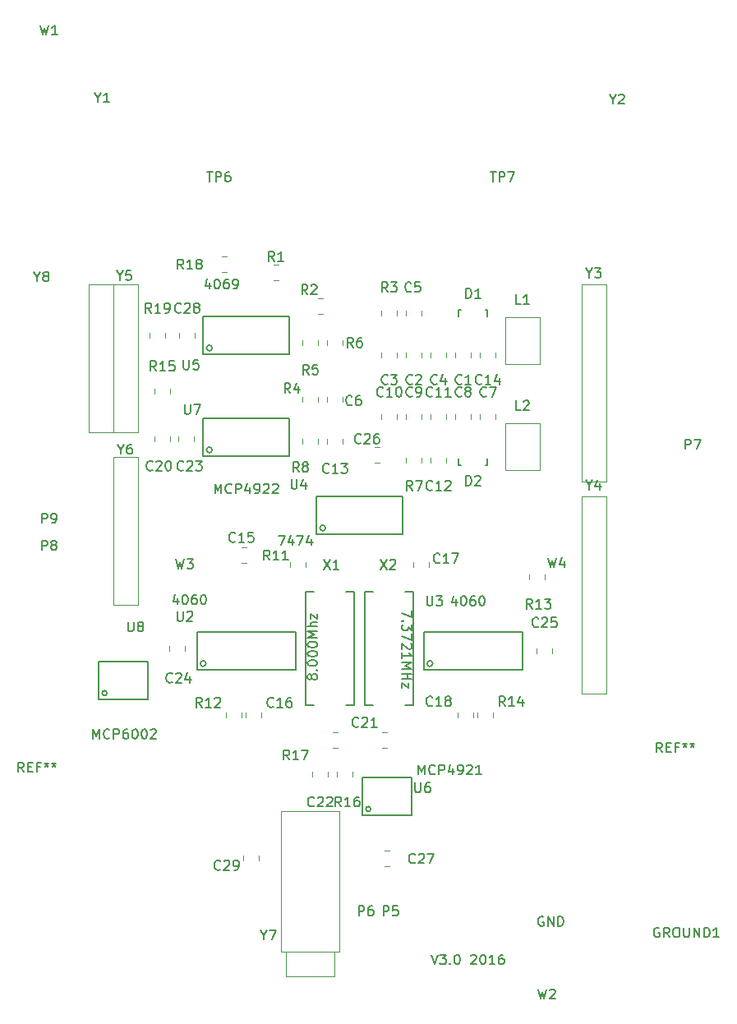
<source format=gbr>
G04 #@! TF.FileFunction,Legend,Top*
%FSLAX46Y46*%
G04 Gerber Fmt 4.6, Leading zero omitted, Abs format (unit mm)*
G04 Created by KiCad (PCBNEW 4.1.0-alpha+201607190716+6983~46~ubuntu14.04.1-product) date Fri Sep 16 20:27:53 2016*
%MOMM*%
%LPD*%
G01*
G04 APERTURE LIST*
%ADD10C,0.100000*%
%ADD11C,0.150000*%
%ADD12C,0.200000*%
%ADD13C,0.050000*%
G04 APERTURE END LIST*
D10*
D11*
X81634095Y-117098380D02*
X82300761Y-117098380D01*
X81872190Y-118098380D01*
X83110285Y-117431714D02*
X83110285Y-118098380D01*
X82872190Y-117050761D02*
X82634095Y-117765047D01*
X83253142Y-117765047D01*
X83538857Y-117098380D02*
X84205523Y-117098380D01*
X83776952Y-118098380D01*
X85015047Y-117431714D02*
X85015047Y-118098380D01*
X84776952Y-117050761D02*
X84538857Y-117765047D01*
X85157904Y-117765047D01*
X96032904Y-141720380D02*
X96032904Y-140720380D01*
X96366238Y-141434666D01*
X96699571Y-140720380D01*
X96699571Y-141720380D01*
X97747190Y-141625142D02*
X97699571Y-141672761D01*
X97556714Y-141720380D01*
X97461476Y-141720380D01*
X97318619Y-141672761D01*
X97223380Y-141577523D01*
X97175761Y-141482285D01*
X97128142Y-141291809D01*
X97128142Y-141148952D01*
X97175761Y-140958476D01*
X97223380Y-140863238D01*
X97318619Y-140768000D01*
X97461476Y-140720380D01*
X97556714Y-140720380D01*
X97699571Y-140768000D01*
X97747190Y-140815619D01*
X98175761Y-141720380D02*
X98175761Y-140720380D01*
X98556714Y-140720380D01*
X98651952Y-140768000D01*
X98699571Y-140815619D01*
X98747190Y-140910857D01*
X98747190Y-141053714D01*
X98699571Y-141148952D01*
X98651952Y-141196571D01*
X98556714Y-141244190D01*
X98175761Y-141244190D01*
X99604333Y-141053714D02*
X99604333Y-141720380D01*
X99366238Y-140672761D02*
X99128142Y-141387047D01*
X99747190Y-141387047D01*
X100175761Y-141720380D02*
X100366238Y-141720380D01*
X100461476Y-141672761D01*
X100509095Y-141625142D01*
X100604333Y-141482285D01*
X100651952Y-141291809D01*
X100651952Y-140910857D01*
X100604333Y-140815619D01*
X100556714Y-140768000D01*
X100461476Y-140720380D01*
X100271000Y-140720380D01*
X100175761Y-140768000D01*
X100128142Y-140815619D01*
X100080523Y-140910857D01*
X100080523Y-141148952D01*
X100128142Y-141244190D01*
X100175761Y-141291809D01*
X100271000Y-141339428D01*
X100461476Y-141339428D01*
X100556714Y-141291809D01*
X100604333Y-141244190D01*
X100651952Y-141148952D01*
X101032904Y-140815619D02*
X101080523Y-140768000D01*
X101175761Y-140720380D01*
X101413857Y-140720380D01*
X101509095Y-140768000D01*
X101556714Y-140815619D01*
X101604333Y-140910857D01*
X101604333Y-141006095D01*
X101556714Y-141148952D01*
X100985285Y-141720380D01*
X101604333Y-141720380D01*
X102556714Y-141720380D02*
X101985285Y-141720380D01*
X102271000Y-141720380D02*
X102271000Y-140720380D01*
X102175761Y-140863238D01*
X102080523Y-140958476D01*
X101985285Y-141006095D01*
X99937904Y-123654714D02*
X99937904Y-124321380D01*
X99699809Y-123273761D02*
X99461714Y-123988047D01*
X100080761Y-123988047D01*
X100652190Y-123321380D02*
X100747428Y-123321380D01*
X100842666Y-123369000D01*
X100890285Y-123416619D01*
X100937904Y-123511857D01*
X100985523Y-123702333D01*
X100985523Y-123940428D01*
X100937904Y-124130904D01*
X100890285Y-124226142D01*
X100842666Y-124273761D01*
X100747428Y-124321380D01*
X100652190Y-124321380D01*
X100556952Y-124273761D01*
X100509333Y-124226142D01*
X100461714Y-124130904D01*
X100414095Y-123940428D01*
X100414095Y-123702333D01*
X100461714Y-123511857D01*
X100509333Y-123416619D01*
X100556952Y-123369000D01*
X100652190Y-123321380D01*
X101842666Y-123321380D02*
X101652190Y-123321380D01*
X101556952Y-123369000D01*
X101509333Y-123416619D01*
X101414095Y-123559476D01*
X101366476Y-123749952D01*
X101366476Y-124130904D01*
X101414095Y-124226142D01*
X101461714Y-124273761D01*
X101556952Y-124321380D01*
X101747428Y-124321380D01*
X101842666Y-124273761D01*
X101890285Y-124226142D01*
X101937904Y-124130904D01*
X101937904Y-123892809D01*
X101890285Y-123797571D01*
X101842666Y-123749952D01*
X101747428Y-123702333D01*
X101556952Y-123702333D01*
X101461714Y-123749952D01*
X101414095Y-123797571D01*
X101366476Y-123892809D01*
X102556952Y-123321380D02*
X102652190Y-123321380D01*
X102747428Y-123369000D01*
X102795047Y-123416619D01*
X102842666Y-123511857D01*
X102890285Y-123702333D01*
X102890285Y-123940428D01*
X102842666Y-124130904D01*
X102795047Y-124226142D01*
X102747428Y-124273761D01*
X102652190Y-124321380D01*
X102556952Y-124321380D01*
X102461714Y-124273761D01*
X102414095Y-124226142D01*
X102366476Y-124130904D01*
X102318857Y-123940428D01*
X102318857Y-123702333D01*
X102366476Y-123511857D01*
X102414095Y-123416619D01*
X102461714Y-123369000D01*
X102556952Y-123321380D01*
X71235904Y-123527714D02*
X71235904Y-124194380D01*
X70997809Y-123146761D02*
X70759714Y-123861047D01*
X71378761Y-123861047D01*
X71950190Y-123194380D02*
X72045428Y-123194380D01*
X72140666Y-123242000D01*
X72188285Y-123289619D01*
X72235904Y-123384857D01*
X72283523Y-123575333D01*
X72283523Y-123813428D01*
X72235904Y-124003904D01*
X72188285Y-124099142D01*
X72140666Y-124146761D01*
X72045428Y-124194380D01*
X71950190Y-124194380D01*
X71854952Y-124146761D01*
X71807333Y-124099142D01*
X71759714Y-124003904D01*
X71712095Y-123813428D01*
X71712095Y-123575333D01*
X71759714Y-123384857D01*
X71807333Y-123289619D01*
X71854952Y-123242000D01*
X71950190Y-123194380D01*
X73140666Y-123194380D02*
X72950190Y-123194380D01*
X72854952Y-123242000D01*
X72807333Y-123289619D01*
X72712095Y-123432476D01*
X72664476Y-123622952D01*
X72664476Y-124003904D01*
X72712095Y-124099142D01*
X72759714Y-124146761D01*
X72854952Y-124194380D01*
X73045428Y-124194380D01*
X73140666Y-124146761D01*
X73188285Y-124099142D01*
X73235904Y-124003904D01*
X73235904Y-123765809D01*
X73188285Y-123670571D01*
X73140666Y-123622952D01*
X73045428Y-123575333D01*
X72854952Y-123575333D01*
X72759714Y-123622952D01*
X72712095Y-123670571D01*
X72664476Y-123765809D01*
X73854952Y-123194380D02*
X73950190Y-123194380D01*
X74045428Y-123242000D01*
X74093047Y-123289619D01*
X74140666Y-123384857D01*
X74188285Y-123575333D01*
X74188285Y-123813428D01*
X74140666Y-124003904D01*
X74093047Y-124099142D01*
X74045428Y-124146761D01*
X73950190Y-124194380D01*
X73854952Y-124194380D01*
X73759714Y-124146761D01*
X73712095Y-124099142D01*
X73664476Y-124003904D01*
X73616857Y-123813428D01*
X73616857Y-123575333D01*
X73664476Y-123384857D01*
X73712095Y-123289619D01*
X73759714Y-123242000D01*
X73854952Y-123194380D01*
X62504904Y-138037380D02*
X62504904Y-137037380D01*
X62838238Y-137751666D01*
X63171571Y-137037380D01*
X63171571Y-138037380D01*
X64219190Y-137942142D02*
X64171571Y-137989761D01*
X64028714Y-138037380D01*
X63933476Y-138037380D01*
X63790619Y-137989761D01*
X63695380Y-137894523D01*
X63647761Y-137799285D01*
X63600142Y-137608809D01*
X63600142Y-137465952D01*
X63647761Y-137275476D01*
X63695380Y-137180238D01*
X63790619Y-137085000D01*
X63933476Y-137037380D01*
X64028714Y-137037380D01*
X64171571Y-137085000D01*
X64219190Y-137132619D01*
X64647761Y-138037380D02*
X64647761Y-137037380D01*
X65028714Y-137037380D01*
X65123952Y-137085000D01*
X65171571Y-137132619D01*
X65219190Y-137227857D01*
X65219190Y-137370714D01*
X65171571Y-137465952D01*
X65123952Y-137513571D01*
X65028714Y-137561190D01*
X64647761Y-137561190D01*
X66076333Y-137037380D02*
X65885857Y-137037380D01*
X65790619Y-137085000D01*
X65743000Y-137132619D01*
X65647761Y-137275476D01*
X65600142Y-137465952D01*
X65600142Y-137846904D01*
X65647761Y-137942142D01*
X65695380Y-137989761D01*
X65790619Y-138037380D01*
X65981095Y-138037380D01*
X66076333Y-137989761D01*
X66123952Y-137942142D01*
X66171571Y-137846904D01*
X66171571Y-137608809D01*
X66123952Y-137513571D01*
X66076333Y-137465952D01*
X65981095Y-137418333D01*
X65790619Y-137418333D01*
X65695380Y-137465952D01*
X65647761Y-137513571D01*
X65600142Y-137608809D01*
X66790619Y-137037380D02*
X66885857Y-137037380D01*
X66981095Y-137085000D01*
X67028714Y-137132619D01*
X67076333Y-137227857D01*
X67123952Y-137418333D01*
X67123952Y-137656428D01*
X67076333Y-137846904D01*
X67028714Y-137942142D01*
X66981095Y-137989761D01*
X66885857Y-138037380D01*
X66790619Y-138037380D01*
X66695380Y-137989761D01*
X66647761Y-137942142D01*
X66600142Y-137846904D01*
X66552523Y-137656428D01*
X66552523Y-137418333D01*
X66600142Y-137227857D01*
X66647761Y-137132619D01*
X66695380Y-137085000D01*
X66790619Y-137037380D01*
X67743000Y-137037380D02*
X67838238Y-137037380D01*
X67933476Y-137085000D01*
X67981095Y-137132619D01*
X68028714Y-137227857D01*
X68076333Y-137418333D01*
X68076333Y-137656428D01*
X68028714Y-137846904D01*
X67981095Y-137942142D01*
X67933476Y-137989761D01*
X67838238Y-138037380D01*
X67743000Y-138037380D01*
X67647761Y-137989761D01*
X67600142Y-137942142D01*
X67552523Y-137846904D01*
X67504904Y-137656428D01*
X67504904Y-137418333D01*
X67552523Y-137227857D01*
X67600142Y-137132619D01*
X67647761Y-137085000D01*
X67743000Y-137037380D01*
X68457285Y-137132619D02*
X68504904Y-137085000D01*
X68600142Y-137037380D01*
X68838238Y-137037380D01*
X68933476Y-137085000D01*
X68981095Y-137132619D01*
X69028714Y-137227857D01*
X69028714Y-137323095D01*
X68981095Y-137465952D01*
X68409666Y-138037380D01*
X69028714Y-138037380D01*
X75077904Y-112764380D02*
X75077904Y-111764380D01*
X75411238Y-112478666D01*
X75744571Y-111764380D01*
X75744571Y-112764380D01*
X76792190Y-112669142D02*
X76744571Y-112716761D01*
X76601714Y-112764380D01*
X76506476Y-112764380D01*
X76363619Y-112716761D01*
X76268380Y-112621523D01*
X76220761Y-112526285D01*
X76173142Y-112335809D01*
X76173142Y-112192952D01*
X76220761Y-112002476D01*
X76268380Y-111907238D01*
X76363619Y-111812000D01*
X76506476Y-111764380D01*
X76601714Y-111764380D01*
X76744571Y-111812000D01*
X76792190Y-111859619D01*
X77220761Y-112764380D02*
X77220761Y-111764380D01*
X77601714Y-111764380D01*
X77696952Y-111812000D01*
X77744571Y-111859619D01*
X77792190Y-111954857D01*
X77792190Y-112097714D01*
X77744571Y-112192952D01*
X77696952Y-112240571D01*
X77601714Y-112288190D01*
X77220761Y-112288190D01*
X78649333Y-112097714D02*
X78649333Y-112764380D01*
X78411238Y-111716761D02*
X78173142Y-112431047D01*
X78792190Y-112431047D01*
X79220761Y-112764380D02*
X79411238Y-112764380D01*
X79506476Y-112716761D01*
X79554095Y-112669142D01*
X79649333Y-112526285D01*
X79696952Y-112335809D01*
X79696952Y-111954857D01*
X79649333Y-111859619D01*
X79601714Y-111812000D01*
X79506476Y-111764380D01*
X79316000Y-111764380D01*
X79220761Y-111812000D01*
X79173142Y-111859619D01*
X79125523Y-111954857D01*
X79125523Y-112192952D01*
X79173142Y-112288190D01*
X79220761Y-112335809D01*
X79316000Y-112383428D01*
X79506476Y-112383428D01*
X79601714Y-112335809D01*
X79649333Y-112288190D01*
X79696952Y-112192952D01*
X80077904Y-111859619D02*
X80125523Y-111812000D01*
X80220761Y-111764380D01*
X80458857Y-111764380D01*
X80554095Y-111812000D01*
X80601714Y-111859619D01*
X80649333Y-111954857D01*
X80649333Y-112050095D01*
X80601714Y-112192952D01*
X80030285Y-112764380D01*
X80649333Y-112764380D01*
X81030285Y-111859619D02*
X81077904Y-111812000D01*
X81173142Y-111764380D01*
X81411238Y-111764380D01*
X81506476Y-111812000D01*
X81554095Y-111859619D01*
X81601714Y-111954857D01*
X81601714Y-112050095D01*
X81554095Y-112192952D01*
X80982666Y-112764380D01*
X81601714Y-112764380D01*
X74537904Y-91015714D02*
X74537904Y-91682380D01*
X74299809Y-90634761D02*
X74061714Y-91349047D01*
X74680761Y-91349047D01*
X75252190Y-90682380D02*
X75347428Y-90682380D01*
X75442666Y-90730000D01*
X75490285Y-90777619D01*
X75537904Y-90872857D01*
X75585523Y-91063333D01*
X75585523Y-91301428D01*
X75537904Y-91491904D01*
X75490285Y-91587142D01*
X75442666Y-91634761D01*
X75347428Y-91682380D01*
X75252190Y-91682380D01*
X75156952Y-91634761D01*
X75109333Y-91587142D01*
X75061714Y-91491904D01*
X75014095Y-91301428D01*
X75014095Y-91063333D01*
X75061714Y-90872857D01*
X75109333Y-90777619D01*
X75156952Y-90730000D01*
X75252190Y-90682380D01*
X76442666Y-90682380D02*
X76252190Y-90682380D01*
X76156952Y-90730000D01*
X76109333Y-90777619D01*
X76014095Y-90920476D01*
X75966476Y-91110952D01*
X75966476Y-91491904D01*
X76014095Y-91587142D01*
X76061714Y-91634761D01*
X76156952Y-91682380D01*
X76347428Y-91682380D01*
X76442666Y-91634761D01*
X76490285Y-91587142D01*
X76537904Y-91491904D01*
X76537904Y-91253809D01*
X76490285Y-91158571D01*
X76442666Y-91110952D01*
X76347428Y-91063333D01*
X76156952Y-91063333D01*
X76061714Y-91110952D01*
X76014095Y-91158571D01*
X75966476Y-91253809D01*
X77014095Y-91682380D02*
X77204571Y-91682380D01*
X77299809Y-91634761D01*
X77347428Y-91587142D01*
X77442666Y-91444285D01*
X77490285Y-91253809D01*
X77490285Y-90872857D01*
X77442666Y-90777619D01*
X77395047Y-90730000D01*
X77299809Y-90682380D01*
X77109333Y-90682380D01*
X77014095Y-90730000D01*
X76966476Y-90777619D01*
X76918857Y-90872857D01*
X76918857Y-91110952D01*
X76966476Y-91206190D01*
X77014095Y-91253809D01*
X77109333Y-91301428D01*
X77299809Y-91301428D01*
X77395047Y-91253809D01*
X77442666Y-91206190D01*
X77490285Y-91110952D01*
X95373619Y-124845809D02*
X95373619Y-125512476D01*
X94373619Y-125083904D01*
X94468857Y-125893428D02*
X94421238Y-125941047D01*
X94373619Y-125893428D01*
X94421238Y-125845809D01*
X94468857Y-125893428D01*
X94373619Y-125893428D01*
X95373619Y-126274380D02*
X95373619Y-126893428D01*
X94992666Y-126560095D01*
X94992666Y-126702952D01*
X94945047Y-126798190D01*
X94897428Y-126845809D01*
X94802190Y-126893428D01*
X94564095Y-126893428D01*
X94468857Y-126845809D01*
X94421238Y-126798190D01*
X94373619Y-126702952D01*
X94373619Y-126417238D01*
X94421238Y-126322000D01*
X94468857Y-126274380D01*
X95373619Y-127226761D02*
X95373619Y-127893428D01*
X94373619Y-127464857D01*
X95278380Y-128226761D02*
X95326000Y-128274380D01*
X95373619Y-128369619D01*
X95373619Y-128607714D01*
X95326000Y-128702952D01*
X95278380Y-128750571D01*
X95183142Y-128798190D01*
X95087904Y-128798190D01*
X94945047Y-128750571D01*
X94373619Y-128179142D01*
X94373619Y-128798190D01*
X94373619Y-129750571D02*
X94373619Y-129179142D01*
X94373619Y-129464857D02*
X95373619Y-129464857D01*
X95230761Y-129369619D01*
X95135523Y-129274380D01*
X95087904Y-129179142D01*
X94373619Y-130179142D02*
X95373619Y-130179142D01*
X94659333Y-130512476D01*
X95373619Y-130845809D01*
X94373619Y-130845809D01*
X94373619Y-131322000D02*
X95373619Y-131322000D01*
X94897428Y-131322000D02*
X94897428Y-131893428D01*
X94373619Y-131893428D02*
X95373619Y-131893428D01*
X95040285Y-132274380D02*
X95040285Y-132798190D01*
X94373619Y-132274380D01*
X94373619Y-132798190D01*
X85054952Y-131758476D02*
X85007333Y-131853714D01*
X84959714Y-131901333D01*
X84864476Y-131948952D01*
X84816857Y-131948952D01*
X84721619Y-131901333D01*
X84674000Y-131853714D01*
X84626380Y-131758476D01*
X84626380Y-131568000D01*
X84674000Y-131472761D01*
X84721619Y-131425142D01*
X84816857Y-131377523D01*
X84864476Y-131377523D01*
X84959714Y-131425142D01*
X85007333Y-131472761D01*
X85054952Y-131568000D01*
X85054952Y-131758476D01*
X85102571Y-131853714D01*
X85150190Y-131901333D01*
X85245428Y-131948952D01*
X85435904Y-131948952D01*
X85531142Y-131901333D01*
X85578761Y-131853714D01*
X85626380Y-131758476D01*
X85626380Y-131568000D01*
X85578761Y-131472761D01*
X85531142Y-131425142D01*
X85435904Y-131377523D01*
X85245428Y-131377523D01*
X85150190Y-131425142D01*
X85102571Y-131472761D01*
X85054952Y-131568000D01*
X85531142Y-130948952D02*
X85578761Y-130901333D01*
X85626380Y-130948952D01*
X85578761Y-130996571D01*
X85531142Y-130948952D01*
X85626380Y-130948952D01*
X84626380Y-130282285D02*
X84626380Y-130187047D01*
X84674000Y-130091809D01*
X84721619Y-130044190D01*
X84816857Y-129996571D01*
X85007333Y-129948952D01*
X85245428Y-129948952D01*
X85435904Y-129996571D01*
X85531142Y-130044190D01*
X85578761Y-130091809D01*
X85626380Y-130187047D01*
X85626380Y-130282285D01*
X85578761Y-130377523D01*
X85531142Y-130425142D01*
X85435904Y-130472761D01*
X85245428Y-130520380D01*
X85007333Y-130520380D01*
X84816857Y-130472761D01*
X84721619Y-130425142D01*
X84674000Y-130377523D01*
X84626380Y-130282285D01*
X84626380Y-129329904D02*
X84626380Y-129234666D01*
X84674000Y-129139428D01*
X84721619Y-129091809D01*
X84816857Y-129044190D01*
X85007333Y-128996571D01*
X85245428Y-128996571D01*
X85435904Y-129044190D01*
X85531142Y-129091809D01*
X85578761Y-129139428D01*
X85626380Y-129234666D01*
X85626380Y-129329904D01*
X85578761Y-129425142D01*
X85531142Y-129472761D01*
X85435904Y-129520380D01*
X85245428Y-129568000D01*
X85007333Y-129568000D01*
X84816857Y-129520380D01*
X84721619Y-129472761D01*
X84674000Y-129425142D01*
X84626380Y-129329904D01*
X84626380Y-128377523D02*
X84626380Y-128282285D01*
X84674000Y-128187047D01*
X84721619Y-128139428D01*
X84816857Y-128091809D01*
X85007333Y-128044190D01*
X85245428Y-128044190D01*
X85435904Y-128091809D01*
X85531142Y-128139428D01*
X85578761Y-128187047D01*
X85626380Y-128282285D01*
X85626380Y-128377523D01*
X85578761Y-128472761D01*
X85531142Y-128520380D01*
X85435904Y-128568000D01*
X85245428Y-128615619D01*
X85007333Y-128615619D01*
X84816857Y-128568000D01*
X84721619Y-128520380D01*
X84674000Y-128472761D01*
X84626380Y-128377523D01*
X85626380Y-127615619D02*
X84626380Y-127615619D01*
X85340666Y-127282285D01*
X84626380Y-126948952D01*
X85626380Y-126948952D01*
X85626380Y-126472761D02*
X84626380Y-126472761D01*
X85626380Y-126044190D02*
X85102571Y-126044190D01*
X85007333Y-126091809D01*
X84959714Y-126187047D01*
X84959714Y-126329904D01*
X85007333Y-126425142D01*
X85054952Y-126472761D01*
X84959714Y-125663238D02*
X84959714Y-125139428D01*
X85626380Y-125663238D01*
X85626380Y-125139428D01*
D12*
X108923095Y-156389000D02*
X108827857Y-156341380D01*
X108685000Y-156341380D01*
X108542142Y-156389000D01*
X108446904Y-156484238D01*
X108399285Y-156579476D01*
X108351666Y-156769952D01*
X108351666Y-156912809D01*
X108399285Y-157103285D01*
X108446904Y-157198523D01*
X108542142Y-157293761D01*
X108685000Y-157341380D01*
X108780238Y-157341380D01*
X108923095Y-157293761D01*
X108970714Y-157246142D01*
X108970714Y-156912809D01*
X108780238Y-156912809D01*
X109399285Y-157341380D02*
X109399285Y-156341380D01*
X109970714Y-157341380D01*
X109970714Y-156341380D01*
X110446904Y-157341380D02*
X110446904Y-156341380D01*
X110685000Y-156341380D01*
X110827857Y-156389000D01*
X110923095Y-156484238D01*
X110970714Y-156579476D01*
X111018333Y-156769952D01*
X111018333Y-156912809D01*
X110970714Y-157103285D01*
X110923095Y-157198523D01*
X110827857Y-157293761D01*
X110685000Y-157341380D01*
X110446904Y-157341380D01*
X97366476Y-160278380D02*
X97699809Y-161278380D01*
X98033142Y-160278380D01*
X98271238Y-160278380D02*
X98890285Y-160278380D01*
X98556952Y-160659333D01*
X98699809Y-160659333D01*
X98795047Y-160706952D01*
X98842666Y-160754571D01*
X98890285Y-160849809D01*
X98890285Y-161087904D01*
X98842666Y-161183142D01*
X98795047Y-161230761D01*
X98699809Y-161278380D01*
X98414095Y-161278380D01*
X98318857Y-161230761D01*
X98271238Y-161183142D01*
X99318857Y-161183142D02*
X99366476Y-161230761D01*
X99318857Y-161278380D01*
X99271238Y-161230761D01*
X99318857Y-161183142D01*
X99318857Y-161278380D01*
X99985523Y-160278380D02*
X100080761Y-160278380D01*
X100176000Y-160326000D01*
X100223619Y-160373619D01*
X100271238Y-160468857D01*
X100318857Y-160659333D01*
X100318857Y-160897428D01*
X100271238Y-161087904D01*
X100223619Y-161183142D01*
X100176000Y-161230761D01*
X100080761Y-161278380D01*
X99985523Y-161278380D01*
X99890285Y-161230761D01*
X99842666Y-161183142D01*
X99795047Y-161087904D01*
X99747428Y-160897428D01*
X99747428Y-160659333D01*
X99795047Y-160468857D01*
X99842666Y-160373619D01*
X99890285Y-160326000D01*
X99985523Y-160278380D01*
X101461714Y-160373619D02*
X101509333Y-160326000D01*
X101604571Y-160278380D01*
X101842666Y-160278380D01*
X101937904Y-160326000D01*
X101985523Y-160373619D01*
X102033142Y-160468857D01*
X102033142Y-160564095D01*
X101985523Y-160706952D01*
X101414095Y-161278380D01*
X102033142Y-161278380D01*
X102652190Y-160278380D02*
X102747428Y-160278380D01*
X102842666Y-160326000D01*
X102890285Y-160373619D01*
X102937904Y-160468857D01*
X102985523Y-160659333D01*
X102985523Y-160897428D01*
X102937904Y-161087904D01*
X102890285Y-161183142D01*
X102842666Y-161230761D01*
X102747428Y-161278380D01*
X102652190Y-161278380D01*
X102556952Y-161230761D01*
X102509333Y-161183142D01*
X102461714Y-161087904D01*
X102414095Y-160897428D01*
X102414095Y-160659333D01*
X102461714Y-160468857D01*
X102509333Y-160373619D01*
X102556952Y-160326000D01*
X102652190Y-160278380D01*
X103937904Y-161278380D02*
X103366476Y-161278380D01*
X103652190Y-161278380D02*
X103652190Y-160278380D01*
X103556952Y-160421238D01*
X103461714Y-160516476D01*
X103366476Y-160564095D01*
X104795047Y-160278380D02*
X104604571Y-160278380D01*
X104509333Y-160326000D01*
X104461714Y-160373619D01*
X104366476Y-160516476D01*
X104318857Y-160706952D01*
X104318857Y-161087904D01*
X104366476Y-161183142D01*
X104414095Y-161230761D01*
X104509333Y-161278380D01*
X104699809Y-161278380D01*
X104795047Y-161230761D01*
X104842666Y-161183142D01*
X104890285Y-161087904D01*
X104890285Y-160849809D01*
X104842666Y-160754571D01*
X104795047Y-160706952D01*
X104699809Y-160659333D01*
X104509333Y-160659333D01*
X104414095Y-160706952D01*
X104366476Y-160754571D01*
X104318857Y-160849809D01*
D11*
X74794591Y-97773000D02*
G75*
G03X74794591Y-97773000I-288591J0D01*
G01*
X82761000Y-94544200D02*
X82761000Y-98455800D01*
X82761000Y-98455800D02*
X73871000Y-98455800D01*
X73871000Y-94544200D02*
X73871000Y-98455800D01*
X73871000Y-94544200D02*
X82761000Y-94544200D01*
X73871000Y-95992000D02*
X73871000Y-97262000D01*
D13*
X64600000Y-124250000D02*
X64600000Y-109010000D01*
X64600000Y-109010000D02*
X67140000Y-109010000D01*
X67140000Y-109010000D02*
X67140000Y-124250000D01*
X67140000Y-124250000D02*
X64600000Y-124250000D01*
X104986000Y-94595000D02*
X108542000Y-94595000D01*
X108542000Y-94595000D02*
X108542000Y-99421000D01*
X108542000Y-99421000D02*
X104986000Y-99421000D01*
X104986000Y-99421000D02*
X104986000Y-94595000D01*
X108542000Y-110343000D02*
X104986000Y-110343000D01*
X104986000Y-110343000D02*
X104986000Y-105517000D01*
X104986000Y-105517000D02*
X108542000Y-105517000D01*
X108542000Y-105517000D02*
X108542000Y-110343000D01*
D11*
X84452640Y-122908380D02*
X84452640Y-134607620D01*
X89451360Y-134607620D02*
X89451360Y-122908380D01*
X84452640Y-134607620D02*
X85301000Y-134607620D01*
X89451360Y-134607620D02*
X88603000Y-134607620D01*
X84452640Y-122908380D02*
X85301000Y-122908380D01*
X89451360Y-122908380D02*
X88603000Y-122908380D01*
X90548640Y-122908380D02*
X90548640Y-134607620D01*
X95547360Y-134607620D02*
X95547360Y-122908380D01*
X90548640Y-134607620D02*
X91397000Y-134607620D01*
X95547360Y-134607620D02*
X94699000Y-134607620D01*
X90548640Y-122908380D02*
X91397000Y-122908380D01*
X95547360Y-122908380D02*
X94699000Y-122908380D01*
X102983160Y-93817760D02*
X102934900Y-93817760D01*
X100184180Y-94518800D02*
X100184180Y-93817760D01*
X100184180Y-93817760D02*
X100433100Y-93817760D01*
X102983160Y-93817760D02*
X103183820Y-93817760D01*
X103183820Y-93817760D02*
X103183820Y-94518800D01*
X100384840Y-109850240D02*
X100433100Y-109850240D01*
X103183820Y-109149200D02*
X103183820Y-109850240D01*
X103183820Y-109850240D02*
X102934900Y-109850240D01*
X100384840Y-109850240D02*
X100184180Y-109850240D01*
X100184180Y-109850240D02*
X100184180Y-109149200D01*
D13*
X94775600Y-109073000D02*
X94775600Y-109581000D01*
X96400400Y-109073000D02*
X96400400Y-109581000D01*
X69984400Y-96754000D02*
X69984400Y-96246000D01*
X68359600Y-96754000D02*
X68359600Y-96246000D01*
X76284000Y-88321600D02*
X75776000Y-88321600D01*
X76284000Y-89946400D02*
X75776000Y-89946400D01*
X71407600Y-96246000D02*
X71407600Y-96754000D01*
X73032400Y-96246000D02*
X73032400Y-96754000D01*
X92540000Y-151160400D02*
X93048000Y-151160400D01*
X92540000Y-149535600D02*
X93048000Y-149535600D01*
X92032000Y-108006600D02*
X91524000Y-108006600D01*
X92032000Y-109631400D02*
X91524000Y-109631400D01*
X108237600Y-128758000D02*
X108237600Y-129266000D01*
X109862400Y-128758000D02*
X109862400Y-129266000D01*
X70391600Y-128504000D02*
X70391600Y-129012000D01*
X72016400Y-128504000D02*
X72016400Y-129012000D01*
X71280600Y-106914000D02*
X71280600Y-107422000D01*
X72905400Y-106914000D02*
X72905400Y-107422000D01*
X87714000Y-137343600D02*
X87206000Y-137343600D01*
X87714000Y-138968400D02*
X87206000Y-138968400D01*
X87663600Y-141458000D02*
X87663600Y-141966000D01*
X89288400Y-141458000D02*
X89288400Y-141966000D01*
X70492400Y-102469000D02*
X70492400Y-101961000D01*
X68867600Y-102469000D02*
X68867600Y-101961000D01*
X85123600Y-141458000D02*
X85123600Y-141966000D01*
X86748400Y-141458000D02*
X86748400Y-141966000D01*
X92794000Y-137343600D02*
X92286000Y-137343600D01*
X92794000Y-138968400D02*
X92286000Y-138968400D01*
X68867600Y-106914000D02*
X68867600Y-107422000D01*
X70492400Y-106914000D02*
X70492400Y-107422000D01*
X100109600Y-135362000D02*
X100109600Y-135870000D01*
X101734400Y-135362000D02*
X101734400Y-135870000D01*
X97162400Y-120376000D02*
X97162400Y-119868000D01*
X95537600Y-120376000D02*
X95537600Y-119868000D01*
X78265600Y-135362000D02*
X78265600Y-135870000D01*
X79890400Y-135362000D02*
X79890400Y-135870000D01*
X78316000Y-118293600D02*
X77808000Y-118293600D01*
X78316000Y-119918400D02*
X77808000Y-119918400D01*
X86647600Y-107168000D02*
X86647600Y-107676000D01*
X88272400Y-107168000D02*
X88272400Y-107676000D01*
X97315600Y-109073000D02*
X97315600Y-109581000D01*
X98940400Y-109073000D02*
X98940400Y-109581000D01*
X98940400Y-105136000D02*
X98940400Y-104628000D01*
X97315600Y-105136000D02*
X97315600Y-104628000D01*
X93860400Y-105136000D02*
X93860400Y-104628000D01*
X92235600Y-105136000D02*
X92235600Y-104628000D01*
X94775600Y-104628000D02*
X94775600Y-105136000D01*
X96400400Y-104628000D02*
X96400400Y-105136000D01*
X99855600Y-104628000D02*
X99855600Y-105136000D01*
X101480400Y-104628000D02*
X101480400Y-105136000D01*
X86647600Y-102850000D02*
X86647600Y-103358000D01*
X88272400Y-102850000D02*
X88272400Y-103358000D01*
X96400400Y-94468000D02*
X96400400Y-93960000D01*
X94775600Y-94468000D02*
X94775600Y-93960000D01*
X97315600Y-98278000D02*
X97315600Y-98786000D01*
X98940400Y-98278000D02*
X98940400Y-98786000D01*
X92235600Y-98278000D02*
X92235600Y-98786000D01*
X93860400Y-98278000D02*
X93860400Y-98786000D01*
X96400400Y-98786000D02*
X96400400Y-98278000D01*
X94775600Y-98786000D02*
X94775600Y-98278000D01*
X101480400Y-98786000D02*
X101480400Y-98278000D01*
X99855600Y-98786000D02*
X99855600Y-98278000D01*
X102141600Y-135362000D02*
X102141600Y-135870000D01*
X103766400Y-135362000D02*
X103766400Y-135870000D01*
X109100400Y-121646000D02*
X109100400Y-121138000D01*
X107475600Y-121646000D02*
X107475600Y-121138000D01*
X76233600Y-135362000D02*
X76233600Y-135870000D01*
X77858400Y-135362000D02*
X77858400Y-135870000D01*
X84462400Y-120376000D02*
X84462400Y-119868000D01*
X82837600Y-120376000D02*
X82837600Y-119868000D01*
X84107600Y-107168000D02*
X84107600Y-107676000D01*
X85732400Y-107168000D02*
X85732400Y-107676000D01*
X88272400Y-97516000D02*
X88272400Y-97008000D01*
X86647600Y-97516000D02*
X86647600Y-97008000D01*
X84107600Y-97008000D02*
X84107600Y-97516000D01*
X85732400Y-97008000D02*
X85732400Y-97516000D01*
X84107600Y-102850000D02*
X84107600Y-103358000D01*
X85732400Y-102850000D02*
X85732400Y-103358000D01*
X93860400Y-94468000D02*
X93860400Y-93960000D01*
X92235600Y-94468000D02*
X92235600Y-93960000D01*
X81618000Y-89210600D02*
X81110000Y-89210600D01*
X81618000Y-90835400D02*
X81110000Y-90835400D01*
X86190000Y-92639600D02*
X85682000Y-92639600D01*
X86190000Y-94264400D02*
X85682000Y-94264400D01*
X79636400Y-150602000D02*
X79636400Y-150094000D01*
X78011600Y-150602000D02*
X78011600Y-150094000D01*
D11*
X74794591Y-108273000D02*
G75*
G03X74794591Y-108273000I-288591J0D01*
G01*
X82761000Y-105044200D02*
X82761000Y-108955800D01*
X82761000Y-108955800D02*
X73871000Y-108955800D01*
X73871000Y-105044200D02*
X73871000Y-108955800D01*
X73871000Y-105044200D02*
X82761000Y-105044200D01*
X73871000Y-106492000D02*
X73871000Y-107762000D01*
X86478591Y-116315000D02*
G75*
G03X86478591Y-116315000I-288591J0D01*
G01*
X94445000Y-113086200D02*
X94445000Y-116997800D01*
X94445000Y-116997800D02*
X85555000Y-116997800D01*
X85555000Y-113086200D02*
X85555000Y-116997800D01*
X85555000Y-113086200D02*
X94445000Y-113086200D01*
X85555000Y-114534000D02*
X85555000Y-115804000D01*
X74159591Y-130285000D02*
G75*
G03X74159591Y-130285000I-288591J0D01*
G01*
X83396000Y-127056200D02*
X83396000Y-130967800D01*
X83396000Y-130967800D02*
X73236000Y-130967800D01*
X73236000Y-127056200D02*
X73236000Y-130967800D01*
X73236000Y-127056200D02*
X83396000Y-127056200D01*
X73236000Y-128504000D02*
X73236000Y-129774000D01*
X97527591Y-130285000D02*
G75*
G03X97527591Y-130285000I-288591J0D01*
G01*
X106764000Y-127056200D02*
X106764000Y-130967800D01*
X106764000Y-130967800D02*
X96604000Y-130967800D01*
X96604000Y-127056200D02*
X96604000Y-130967800D01*
X96604000Y-127056200D02*
X106764000Y-127056200D01*
X96604000Y-128504000D02*
X96604000Y-129774000D01*
X91143000Y-145268000D02*
G75*
G03X91143000Y-145268000I-254000J0D01*
G01*
X90254000Y-142042200D02*
X90254000Y-145953800D01*
X95334000Y-142042200D02*
X95334000Y-145953800D01*
X90254000Y-142042200D02*
X95334000Y-142042200D01*
X95334000Y-145953800D02*
X90254000Y-145953800D01*
X63965000Y-133330000D02*
G75*
G03X63965000Y-133330000I-254000J0D01*
G01*
X63076000Y-130104200D02*
X63076000Y-134015800D01*
X68156000Y-130104200D02*
X68156000Y-134015800D01*
X63076000Y-130104200D02*
X68156000Y-130104200D01*
X68156000Y-134015800D02*
X63076000Y-134015800D01*
D13*
X112860000Y-111550000D02*
X112860000Y-91230000D01*
X112860000Y-91230000D02*
X115400000Y-91230000D01*
X115400000Y-91230000D02*
X115400000Y-111550000D01*
X115400000Y-111550000D02*
X112860000Y-111550000D01*
X112860000Y-133394000D02*
X112860000Y-113074000D01*
X112860000Y-113074000D02*
X115400000Y-113074000D01*
X115400000Y-113074000D02*
X115400000Y-133394000D01*
X115400000Y-133394000D02*
X112860000Y-133394000D01*
X64600000Y-106470000D02*
X64600000Y-91230000D01*
X64600000Y-91230000D02*
X67140000Y-91230000D01*
X67140000Y-91230000D02*
X67140000Y-106470000D01*
X67140000Y-106470000D02*
X64600000Y-106470000D01*
X102395600Y-104628000D02*
X102395600Y-105136000D01*
X104020400Y-104628000D02*
X104020400Y-105136000D01*
X104020400Y-98786000D02*
X104020400Y-98278000D01*
X102395600Y-98786000D02*
X102395600Y-98278000D01*
X62060000Y-106470000D02*
X62060000Y-91230000D01*
X62060000Y-91230000D02*
X64600000Y-91230000D01*
X64600000Y-91230000D02*
X64600000Y-106470000D01*
X64600000Y-106470000D02*
X62060000Y-106470000D01*
X87920000Y-145480000D02*
X81920000Y-145480000D01*
X87420000Y-159980000D02*
X87420000Y-162480000D01*
X82420000Y-162480000D02*
X87420000Y-162480000D01*
X82420000Y-162480000D02*
X82420000Y-159980000D01*
X87920000Y-159980000D02*
X81920000Y-159980000D01*
X81920000Y-159980000D02*
X81920000Y-145480000D01*
X87920000Y-145480000D02*
X87920000Y-159980000D01*
D11*
X71839095Y-99000380D02*
X71839095Y-99809904D01*
X71886714Y-99905142D01*
X71934333Y-99952761D01*
X72029571Y-100000380D01*
X72220047Y-100000380D01*
X72315285Y-99952761D01*
X72362904Y-99905142D01*
X72410523Y-99809904D01*
X72410523Y-99000380D01*
X73362904Y-99000380D02*
X72886714Y-99000380D01*
X72839095Y-99476571D01*
X72886714Y-99428952D01*
X72981952Y-99381333D01*
X73220047Y-99381333D01*
X73315285Y-99428952D01*
X73362904Y-99476571D01*
X73410523Y-99571809D01*
X73410523Y-99809904D01*
X73362904Y-99905142D01*
X73315285Y-99952761D01*
X73220047Y-100000380D01*
X72981952Y-100000380D01*
X72886714Y-99952761D01*
X72839095Y-99905142D01*
X65393809Y-108224190D02*
X65393809Y-108700380D01*
X65060476Y-107700380D02*
X65393809Y-108224190D01*
X65727142Y-107700380D01*
X66489047Y-107700380D02*
X66298571Y-107700380D01*
X66203333Y-107748000D01*
X66155714Y-107795619D01*
X66060476Y-107938476D01*
X66012857Y-108128952D01*
X66012857Y-108509904D01*
X66060476Y-108605142D01*
X66108095Y-108652761D01*
X66203333Y-108700380D01*
X66393809Y-108700380D01*
X66489047Y-108652761D01*
X66536666Y-108605142D01*
X66584285Y-108509904D01*
X66584285Y-108271809D01*
X66536666Y-108176571D01*
X66489047Y-108128952D01*
X66393809Y-108081333D01*
X66203333Y-108081333D01*
X66108095Y-108128952D01*
X66060476Y-108176571D01*
X66012857Y-108271809D01*
X106597333Y-93269380D02*
X106121142Y-93269380D01*
X106121142Y-92269380D01*
X107454476Y-93269380D02*
X106883047Y-93269380D01*
X107168761Y-93269380D02*
X107168761Y-92269380D01*
X107073523Y-92412238D01*
X106978285Y-92507476D01*
X106883047Y-92555095D01*
X106597333Y-104191380D02*
X106121142Y-104191380D01*
X106121142Y-103191380D01*
X106883047Y-103286619D02*
X106930666Y-103239000D01*
X107025904Y-103191380D01*
X107264000Y-103191380D01*
X107359238Y-103239000D01*
X107406857Y-103286619D01*
X107454476Y-103381857D01*
X107454476Y-103477095D01*
X107406857Y-103619952D01*
X106835428Y-104191380D01*
X107454476Y-104191380D01*
X86269476Y-119574380D02*
X86936142Y-120574380D01*
X86936142Y-119574380D02*
X86269476Y-120574380D01*
X87840904Y-120574380D02*
X87269476Y-120574380D01*
X87555190Y-120574380D02*
X87555190Y-119574380D01*
X87459952Y-119717238D01*
X87364714Y-119812476D01*
X87269476Y-119860095D01*
X92111476Y-119574380D02*
X92778142Y-120574380D01*
X92778142Y-119574380D02*
X92111476Y-120574380D01*
X93111476Y-119669619D02*
X93159095Y-119622000D01*
X93254333Y-119574380D01*
X93492428Y-119574380D01*
X93587666Y-119622000D01*
X93635285Y-119669619D01*
X93682904Y-119764857D01*
X93682904Y-119860095D01*
X93635285Y-120002952D01*
X93063857Y-120574380D01*
X93682904Y-120574380D01*
X63023809Y-71976190D02*
X63023809Y-72452380D01*
X62690476Y-71452380D02*
X63023809Y-71976190D01*
X63357142Y-71452380D01*
X64214285Y-72452380D02*
X63642857Y-72452380D01*
X63928571Y-72452380D02*
X63928571Y-71452380D01*
X63833333Y-71595238D01*
X63738095Y-71690476D01*
X63642857Y-71738095D01*
X116066809Y-72156190D02*
X116066809Y-72632380D01*
X115733476Y-71632380D02*
X116066809Y-72156190D01*
X116400142Y-71632380D01*
X116685857Y-71727619D02*
X116733476Y-71680000D01*
X116828714Y-71632380D01*
X117066809Y-71632380D01*
X117162047Y-71680000D01*
X117209666Y-71727619D01*
X117257285Y-71822857D01*
X117257285Y-71918095D01*
X117209666Y-72060952D01*
X116638238Y-72632380D01*
X117257285Y-72632380D01*
X100945904Y-92634380D02*
X100945904Y-91634380D01*
X101184000Y-91634380D01*
X101326857Y-91682000D01*
X101422095Y-91777238D01*
X101469714Y-91872476D01*
X101517333Y-92062952D01*
X101517333Y-92205809D01*
X101469714Y-92396285D01*
X101422095Y-92491523D01*
X101326857Y-92586761D01*
X101184000Y-92634380D01*
X100945904Y-92634380D01*
X102469714Y-92634380D02*
X101898285Y-92634380D01*
X102184000Y-92634380D02*
X102184000Y-91634380D01*
X102088761Y-91777238D01*
X101993523Y-91872476D01*
X101898285Y-91920095D01*
X100945904Y-111938380D02*
X100945904Y-110938380D01*
X101184000Y-110938380D01*
X101326857Y-110986000D01*
X101422095Y-111081238D01*
X101469714Y-111176476D01*
X101517333Y-111366952D01*
X101517333Y-111509809D01*
X101469714Y-111700285D01*
X101422095Y-111795523D01*
X101326857Y-111890761D01*
X101184000Y-111938380D01*
X100945904Y-111938380D01*
X101898285Y-111033619D02*
X101945904Y-110986000D01*
X102041142Y-110938380D01*
X102279238Y-110938380D01*
X102374476Y-110986000D01*
X102422095Y-111033619D01*
X102469714Y-111128857D01*
X102469714Y-111224095D01*
X102422095Y-111366952D01*
X101850666Y-111938380D01*
X102469714Y-111938380D01*
X95421333Y-112446380D02*
X95088000Y-111970190D01*
X94849904Y-112446380D02*
X94849904Y-111446380D01*
X95230857Y-111446380D01*
X95326095Y-111494000D01*
X95373714Y-111541619D01*
X95421333Y-111636857D01*
X95421333Y-111779714D01*
X95373714Y-111874952D01*
X95326095Y-111922571D01*
X95230857Y-111970190D01*
X94849904Y-111970190D01*
X95754666Y-111446380D02*
X96421333Y-111446380D01*
X95992761Y-112446380D01*
X68529142Y-94158380D02*
X68195809Y-93682190D01*
X67957714Y-94158380D02*
X67957714Y-93158380D01*
X68338666Y-93158380D01*
X68433904Y-93206000D01*
X68481523Y-93253619D01*
X68529142Y-93348857D01*
X68529142Y-93491714D01*
X68481523Y-93586952D01*
X68433904Y-93634571D01*
X68338666Y-93682190D01*
X67957714Y-93682190D01*
X69481523Y-94158380D02*
X68910095Y-94158380D01*
X69195809Y-94158380D02*
X69195809Y-93158380D01*
X69100571Y-93301238D01*
X69005333Y-93396476D01*
X68910095Y-93444095D01*
X69957714Y-94158380D02*
X70148190Y-94158380D01*
X70243428Y-94110761D01*
X70291047Y-94063142D01*
X70386285Y-93920285D01*
X70433904Y-93729809D01*
X70433904Y-93348857D01*
X70386285Y-93253619D01*
X70338666Y-93206000D01*
X70243428Y-93158380D01*
X70052952Y-93158380D01*
X69957714Y-93206000D01*
X69910095Y-93253619D01*
X69862476Y-93348857D01*
X69862476Y-93586952D01*
X69910095Y-93682190D01*
X69957714Y-93729809D01*
X70052952Y-93777428D01*
X70243428Y-93777428D01*
X70338666Y-93729809D01*
X70386285Y-93682190D01*
X70433904Y-93586952D01*
X71831142Y-89650380D02*
X71497809Y-89174190D01*
X71259714Y-89650380D02*
X71259714Y-88650380D01*
X71640666Y-88650380D01*
X71735904Y-88698000D01*
X71783523Y-88745619D01*
X71831142Y-88840857D01*
X71831142Y-88983714D01*
X71783523Y-89078952D01*
X71735904Y-89126571D01*
X71640666Y-89174190D01*
X71259714Y-89174190D01*
X72783523Y-89650380D02*
X72212095Y-89650380D01*
X72497809Y-89650380D02*
X72497809Y-88650380D01*
X72402571Y-88793238D01*
X72307333Y-88888476D01*
X72212095Y-88936095D01*
X73354952Y-89078952D02*
X73259714Y-89031333D01*
X73212095Y-88983714D01*
X73164476Y-88888476D01*
X73164476Y-88840857D01*
X73212095Y-88745619D01*
X73259714Y-88698000D01*
X73354952Y-88650380D01*
X73545428Y-88650380D01*
X73640666Y-88698000D01*
X73688285Y-88745619D01*
X73735904Y-88840857D01*
X73735904Y-88888476D01*
X73688285Y-88983714D01*
X73640666Y-89031333D01*
X73545428Y-89078952D01*
X73354952Y-89078952D01*
X73259714Y-89126571D01*
X73212095Y-89174190D01*
X73164476Y-89269428D01*
X73164476Y-89459904D01*
X73212095Y-89555142D01*
X73259714Y-89602761D01*
X73354952Y-89650380D01*
X73545428Y-89650380D01*
X73640666Y-89602761D01*
X73688285Y-89555142D01*
X73735904Y-89459904D01*
X73735904Y-89269428D01*
X73688285Y-89174190D01*
X73640666Y-89126571D01*
X73545428Y-89078952D01*
X71577142Y-94063142D02*
X71529523Y-94110761D01*
X71386666Y-94158380D01*
X71291428Y-94158380D01*
X71148571Y-94110761D01*
X71053333Y-94015523D01*
X71005714Y-93920285D01*
X70958095Y-93729809D01*
X70958095Y-93586952D01*
X71005714Y-93396476D01*
X71053333Y-93301238D01*
X71148571Y-93206000D01*
X71291428Y-93158380D01*
X71386666Y-93158380D01*
X71529523Y-93206000D01*
X71577142Y-93253619D01*
X71958095Y-93253619D02*
X72005714Y-93206000D01*
X72100952Y-93158380D01*
X72339047Y-93158380D01*
X72434285Y-93206000D01*
X72481904Y-93253619D01*
X72529523Y-93348857D01*
X72529523Y-93444095D01*
X72481904Y-93586952D01*
X71910476Y-94158380D01*
X72529523Y-94158380D01*
X73100952Y-93586952D02*
X73005714Y-93539333D01*
X72958095Y-93491714D01*
X72910476Y-93396476D01*
X72910476Y-93348857D01*
X72958095Y-93253619D01*
X73005714Y-93206000D01*
X73100952Y-93158380D01*
X73291428Y-93158380D01*
X73386666Y-93206000D01*
X73434285Y-93253619D01*
X73481904Y-93348857D01*
X73481904Y-93396476D01*
X73434285Y-93491714D01*
X73386666Y-93539333D01*
X73291428Y-93586952D01*
X73100952Y-93586952D01*
X73005714Y-93634571D01*
X72958095Y-93682190D01*
X72910476Y-93777428D01*
X72910476Y-93967904D01*
X72958095Y-94063142D01*
X73005714Y-94110761D01*
X73100952Y-94158380D01*
X73291428Y-94158380D01*
X73386666Y-94110761D01*
X73434285Y-94063142D01*
X73481904Y-93967904D01*
X73481904Y-93777428D01*
X73434285Y-93682190D01*
X73386666Y-93634571D01*
X73291428Y-93586952D01*
X95707142Y-150769142D02*
X95659523Y-150816761D01*
X95516666Y-150864380D01*
X95421428Y-150864380D01*
X95278571Y-150816761D01*
X95183333Y-150721523D01*
X95135714Y-150626285D01*
X95088095Y-150435809D01*
X95088095Y-150292952D01*
X95135714Y-150102476D01*
X95183333Y-150007238D01*
X95278571Y-149912000D01*
X95421428Y-149864380D01*
X95516666Y-149864380D01*
X95659523Y-149912000D01*
X95707142Y-149959619D01*
X96088095Y-149959619D02*
X96135714Y-149912000D01*
X96230952Y-149864380D01*
X96469047Y-149864380D01*
X96564285Y-149912000D01*
X96611904Y-149959619D01*
X96659523Y-150054857D01*
X96659523Y-150150095D01*
X96611904Y-150292952D01*
X96040476Y-150864380D01*
X96659523Y-150864380D01*
X96992857Y-149864380D02*
X97659523Y-149864380D01*
X97230952Y-150864380D01*
X90119142Y-107525142D02*
X90071523Y-107572761D01*
X89928666Y-107620380D01*
X89833428Y-107620380D01*
X89690571Y-107572761D01*
X89595333Y-107477523D01*
X89547714Y-107382285D01*
X89500095Y-107191809D01*
X89500095Y-107048952D01*
X89547714Y-106858476D01*
X89595333Y-106763238D01*
X89690571Y-106668000D01*
X89833428Y-106620380D01*
X89928666Y-106620380D01*
X90071523Y-106668000D01*
X90119142Y-106715619D01*
X90500095Y-106715619D02*
X90547714Y-106668000D01*
X90642952Y-106620380D01*
X90881047Y-106620380D01*
X90976285Y-106668000D01*
X91023904Y-106715619D01*
X91071523Y-106810857D01*
X91071523Y-106906095D01*
X91023904Y-107048952D01*
X90452476Y-107620380D01*
X91071523Y-107620380D01*
X91928666Y-106620380D02*
X91738190Y-106620380D01*
X91642952Y-106668000D01*
X91595333Y-106715619D01*
X91500095Y-106858476D01*
X91452476Y-107048952D01*
X91452476Y-107429904D01*
X91500095Y-107525142D01*
X91547714Y-107572761D01*
X91642952Y-107620380D01*
X91833428Y-107620380D01*
X91928666Y-107572761D01*
X91976285Y-107525142D01*
X92023904Y-107429904D01*
X92023904Y-107191809D01*
X91976285Y-107096571D01*
X91928666Y-107048952D01*
X91833428Y-107001333D01*
X91642952Y-107001333D01*
X91547714Y-107048952D01*
X91500095Y-107096571D01*
X91452476Y-107191809D01*
X108407142Y-126448142D02*
X108359523Y-126495761D01*
X108216666Y-126543380D01*
X108121428Y-126543380D01*
X107978571Y-126495761D01*
X107883333Y-126400523D01*
X107835714Y-126305285D01*
X107788095Y-126114809D01*
X107788095Y-125971952D01*
X107835714Y-125781476D01*
X107883333Y-125686238D01*
X107978571Y-125591000D01*
X108121428Y-125543380D01*
X108216666Y-125543380D01*
X108359523Y-125591000D01*
X108407142Y-125638619D01*
X108788095Y-125638619D02*
X108835714Y-125591000D01*
X108930952Y-125543380D01*
X109169047Y-125543380D01*
X109264285Y-125591000D01*
X109311904Y-125638619D01*
X109359523Y-125733857D01*
X109359523Y-125829095D01*
X109311904Y-125971952D01*
X108740476Y-126543380D01*
X109359523Y-126543380D01*
X110264285Y-125543380D02*
X109788095Y-125543380D01*
X109740476Y-126019571D01*
X109788095Y-125971952D01*
X109883333Y-125924333D01*
X110121428Y-125924333D01*
X110216666Y-125971952D01*
X110264285Y-126019571D01*
X110311904Y-126114809D01*
X110311904Y-126352904D01*
X110264285Y-126448142D01*
X110216666Y-126495761D01*
X110121428Y-126543380D01*
X109883333Y-126543380D01*
X109788095Y-126495761D01*
X109740476Y-126448142D01*
X70688142Y-132163142D02*
X70640523Y-132210761D01*
X70497666Y-132258380D01*
X70402428Y-132258380D01*
X70259571Y-132210761D01*
X70164333Y-132115523D01*
X70116714Y-132020285D01*
X70069095Y-131829809D01*
X70069095Y-131686952D01*
X70116714Y-131496476D01*
X70164333Y-131401238D01*
X70259571Y-131306000D01*
X70402428Y-131258380D01*
X70497666Y-131258380D01*
X70640523Y-131306000D01*
X70688142Y-131353619D01*
X71069095Y-131353619D02*
X71116714Y-131306000D01*
X71211952Y-131258380D01*
X71450047Y-131258380D01*
X71545285Y-131306000D01*
X71592904Y-131353619D01*
X71640523Y-131448857D01*
X71640523Y-131544095D01*
X71592904Y-131686952D01*
X71021476Y-132258380D01*
X71640523Y-132258380D01*
X72497666Y-131591714D02*
X72497666Y-132258380D01*
X72259571Y-131210761D02*
X72021476Y-131925047D01*
X72640523Y-131925047D01*
X71831142Y-110319142D02*
X71783523Y-110366761D01*
X71640666Y-110414380D01*
X71545428Y-110414380D01*
X71402571Y-110366761D01*
X71307333Y-110271523D01*
X71259714Y-110176285D01*
X71212095Y-109985809D01*
X71212095Y-109842952D01*
X71259714Y-109652476D01*
X71307333Y-109557238D01*
X71402571Y-109462000D01*
X71545428Y-109414380D01*
X71640666Y-109414380D01*
X71783523Y-109462000D01*
X71831142Y-109509619D01*
X72212095Y-109509619D02*
X72259714Y-109462000D01*
X72354952Y-109414380D01*
X72593047Y-109414380D01*
X72688285Y-109462000D01*
X72735904Y-109509619D01*
X72783523Y-109604857D01*
X72783523Y-109700095D01*
X72735904Y-109842952D01*
X72164476Y-110414380D01*
X72783523Y-110414380D01*
X73116857Y-109414380D02*
X73735904Y-109414380D01*
X73402571Y-109795333D01*
X73545428Y-109795333D01*
X73640666Y-109842952D01*
X73688285Y-109890571D01*
X73735904Y-109985809D01*
X73735904Y-110223904D01*
X73688285Y-110319142D01*
X73640666Y-110366761D01*
X73545428Y-110414380D01*
X73259714Y-110414380D01*
X73164476Y-110366761D01*
X73116857Y-110319142D01*
X82753142Y-140196380D02*
X82419809Y-139720190D01*
X82181714Y-140196380D02*
X82181714Y-139196380D01*
X82562666Y-139196380D01*
X82657904Y-139244000D01*
X82705523Y-139291619D01*
X82753142Y-139386857D01*
X82753142Y-139529714D01*
X82705523Y-139624952D01*
X82657904Y-139672571D01*
X82562666Y-139720190D01*
X82181714Y-139720190D01*
X83705523Y-140196380D02*
X83134095Y-140196380D01*
X83419809Y-140196380D02*
X83419809Y-139196380D01*
X83324571Y-139339238D01*
X83229333Y-139434476D01*
X83134095Y-139482095D01*
X84038857Y-139196380D02*
X84705523Y-139196380D01*
X84276952Y-140196380D01*
X88087142Y-145022380D02*
X87753809Y-144546190D01*
X87515714Y-145022380D02*
X87515714Y-144022380D01*
X87896666Y-144022380D01*
X87991904Y-144070000D01*
X88039523Y-144117619D01*
X88087142Y-144212857D01*
X88087142Y-144355714D01*
X88039523Y-144450952D01*
X87991904Y-144498571D01*
X87896666Y-144546190D01*
X87515714Y-144546190D01*
X89039523Y-145022380D02*
X88468095Y-145022380D01*
X88753809Y-145022380D02*
X88753809Y-144022380D01*
X88658571Y-144165238D01*
X88563333Y-144260476D01*
X88468095Y-144308095D01*
X89896666Y-144022380D02*
X89706190Y-144022380D01*
X89610952Y-144070000D01*
X89563333Y-144117619D01*
X89468095Y-144260476D01*
X89420476Y-144450952D01*
X89420476Y-144831904D01*
X89468095Y-144927142D01*
X89515714Y-144974761D01*
X89610952Y-145022380D01*
X89801428Y-145022380D01*
X89896666Y-144974761D01*
X89944285Y-144927142D01*
X89991904Y-144831904D01*
X89991904Y-144593809D01*
X89944285Y-144498571D01*
X89896666Y-144450952D01*
X89801428Y-144403333D01*
X89610952Y-144403333D01*
X89515714Y-144450952D01*
X89468095Y-144498571D01*
X89420476Y-144593809D01*
X69037142Y-100127380D02*
X68703809Y-99651190D01*
X68465714Y-100127380D02*
X68465714Y-99127380D01*
X68846666Y-99127380D01*
X68941904Y-99175000D01*
X68989523Y-99222619D01*
X69037142Y-99317857D01*
X69037142Y-99460714D01*
X68989523Y-99555952D01*
X68941904Y-99603571D01*
X68846666Y-99651190D01*
X68465714Y-99651190D01*
X69989523Y-100127380D02*
X69418095Y-100127380D01*
X69703809Y-100127380D02*
X69703809Y-99127380D01*
X69608571Y-99270238D01*
X69513333Y-99365476D01*
X69418095Y-99413095D01*
X70894285Y-99127380D02*
X70418095Y-99127380D01*
X70370476Y-99603571D01*
X70418095Y-99555952D01*
X70513333Y-99508333D01*
X70751428Y-99508333D01*
X70846666Y-99555952D01*
X70894285Y-99603571D01*
X70941904Y-99698809D01*
X70941904Y-99936904D01*
X70894285Y-100032142D01*
X70846666Y-100079761D01*
X70751428Y-100127380D01*
X70513333Y-100127380D01*
X70418095Y-100079761D01*
X70370476Y-100032142D01*
X85293142Y-144927142D02*
X85245523Y-144974761D01*
X85102666Y-145022380D01*
X85007428Y-145022380D01*
X84864571Y-144974761D01*
X84769333Y-144879523D01*
X84721714Y-144784285D01*
X84674095Y-144593809D01*
X84674095Y-144450952D01*
X84721714Y-144260476D01*
X84769333Y-144165238D01*
X84864571Y-144070000D01*
X85007428Y-144022380D01*
X85102666Y-144022380D01*
X85245523Y-144070000D01*
X85293142Y-144117619D01*
X85674095Y-144117619D02*
X85721714Y-144070000D01*
X85816952Y-144022380D01*
X86055047Y-144022380D01*
X86150285Y-144070000D01*
X86197904Y-144117619D01*
X86245523Y-144212857D01*
X86245523Y-144308095D01*
X86197904Y-144450952D01*
X85626476Y-145022380D01*
X86245523Y-145022380D01*
X86626476Y-144117619D02*
X86674095Y-144070000D01*
X86769333Y-144022380D01*
X87007428Y-144022380D01*
X87102666Y-144070000D01*
X87150285Y-144117619D01*
X87197904Y-144212857D01*
X87197904Y-144308095D01*
X87150285Y-144450952D01*
X86578857Y-145022380D01*
X87197904Y-145022380D01*
X89865142Y-136735142D02*
X89817523Y-136782761D01*
X89674666Y-136830380D01*
X89579428Y-136830380D01*
X89436571Y-136782761D01*
X89341333Y-136687523D01*
X89293714Y-136592285D01*
X89246095Y-136401809D01*
X89246095Y-136258952D01*
X89293714Y-136068476D01*
X89341333Y-135973238D01*
X89436571Y-135878000D01*
X89579428Y-135830380D01*
X89674666Y-135830380D01*
X89817523Y-135878000D01*
X89865142Y-135925619D01*
X90246095Y-135925619D02*
X90293714Y-135878000D01*
X90388952Y-135830380D01*
X90627047Y-135830380D01*
X90722285Y-135878000D01*
X90769904Y-135925619D01*
X90817523Y-136020857D01*
X90817523Y-136116095D01*
X90769904Y-136258952D01*
X90198476Y-136830380D01*
X90817523Y-136830380D01*
X91769904Y-136830380D02*
X91198476Y-136830380D01*
X91484190Y-136830380D02*
X91484190Y-135830380D01*
X91388952Y-135973238D01*
X91293714Y-136068476D01*
X91198476Y-136116095D01*
X68656142Y-110319142D02*
X68608523Y-110366761D01*
X68465666Y-110414380D01*
X68370428Y-110414380D01*
X68227571Y-110366761D01*
X68132333Y-110271523D01*
X68084714Y-110176285D01*
X68037095Y-109985809D01*
X68037095Y-109842952D01*
X68084714Y-109652476D01*
X68132333Y-109557238D01*
X68227571Y-109462000D01*
X68370428Y-109414380D01*
X68465666Y-109414380D01*
X68608523Y-109462000D01*
X68656142Y-109509619D01*
X69037095Y-109509619D02*
X69084714Y-109462000D01*
X69179952Y-109414380D01*
X69418047Y-109414380D01*
X69513285Y-109462000D01*
X69560904Y-109509619D01*
X69608523Y-109604857D01*
X69608523Y-109700095D01*
X69560904Y-109842952D01*
X68989476Y-110414380D01*
X69608523Y-110414380D01*
X70227571Y-109414380D02*
X70322809Y-109414380D01*
X70418047Y-109462000D01*
X70465666Y-109509619D01*
X70513285Y-109604857D01*
X70560904Y-109795333D01*
X70560904Y-110033428D01*
X70513285Y-110223904D01*
X70465666Y-110319142D01*
X70418047Y-110366761D01*
X70322809Y-110414380D01*
X70227571Y-110414380D01*
X70132333Y-110366761D01*
X70084714Y-110319142D01*
X70037095Y-110223904D01*
X69989476Y-110033428D01*
X69989476Y-109795333D01*
X70037095Y-109604857D01*
X70084714Y-109509619D01*
X70132333Y-109462000D01*
X70227571Y-109414380D01*
X97485142Y-134576142D02*
X97437523Y-134623761D01*
X97294666Y-134671380D01*
X97199428Y-134671380D01*
X97056571Y-134623761D01*
X96961333Y-134528523D01*
X96913714Y-134433285D01*
X96866095Y-134242809D01*
X96866095Y-134099952D01*
X96913714Y-133909476D01*
X96961333Y-133814238D01*
X97056571Y-133719000D01*
X97199428Y-133671380D01*
X97294666Y-133671380D01*
X97437523Y-133719000D01*
X97485142Y-133766619D01*
X98437523Y-134671380D02*
X97866095Y-134671380D01*
X98151809Y-134671380D02*
X98151809Y-133671380D01*
X98056571Y-133814238D01*
X97961333Y-133909476D01*
X97866095Y-133957095D01*
X99008952Y-134099952D02*
X98913714Y-134052333D01*
X98866095Y-134004714D01*
X98818476Y-133909476D01*
X98818476Y-133861857D01*
X98866095Y-133766619D01*
X98913714Y-133719000D01*
X99008952Y-133671380D01*
X99199428Y-133671380D01*
X99294666Y-133719000D01*
X99342285Y-133766619D01*
X99389904Y-133861857D01*
X99389904Y-133909476D01*
X99342285Y-134004714D01*
X99294666Y-134052333D01*
X99199428Y-134099952D01*
X99008952Y-134099952D01*
X98913714Y-134147571D01*
X98866095Y-134195190D01*
X98818476Y-134290428D01*
X98818476Y-134480904D01*
X98866095Y-134576142D01*
X98913714Y-134623761D01*
X99008952Y-134671380D01*
X99199428Y-134671380D01*
X99294666Y-134623761D01*
X99342285Y-134576142D01*
X99389904Y-134480904D01*
X99389904Y-134290428D01*
X99342285Y-134195190D01*
X99294666Y-134147571D01*
X99199428Y-134099952D01*
X98247142Y-119844142D02*
X98199523Y-119891761D01*
X98056666Y-119939380D01*
X97961428Y-119939380D01*
X97818571Y-119891761D01*
X97723333Y-119796523D01*
X97675714Y-119701285D01*
X97628095Y-119510809D01*
X97628095Y-119367952D01*
X97675714Y-119177476D01*
X97723333Y-119082238D01*
X97818571Y-118987000D01*
X97961428Y-118939380D01*
X98056666Y-118939380D01*
X98199523Y-118987000D01*
X98247142Y-119034619D01*
X99199523Y-119939380D02*
X98628095Y-119939380D01*
X98913809Y-119939380D02*
X98913809Y-118939380D01*
X98818571Y-119082238D01*
X98723333Y-119177476D01*
X98628095Y-119225095D01*
X99532857Y-118939380D02*
X100199523Y-118939380D01*
X99770952Y-119939380D01*
X81102142Y-134703142D02*
X81054523Y-134750761D01*
X80911666Y-134798380D01*
X80816428Y-134798380D01*
X80673571Y-134750761D01*
X80578333Y-134655523D01*
X80530714Y-134560285D01*
X80483095Y-134369809D01*
X80483095Y-134226952D01*
X80530714Y-134036476D01*
X80578333Y-133941238D01*
X80673571Y-133846000D01*
X80816428Y-133798380D01*
X80911666Y-133798380D01*
X81054523Y-133846000D01*
X81102142Y-133893619D01*
X82054523Y-134798380D02*
X81483095Y-134798380D01*
X81768809Y-134798380D02*
X81768809Y-133798380D01*
X81673571Y-133941238D01*
X81578333Y-134036476D01*
X81483095Y-134084095D01*
X82911666Y-133798380D02*
X82721190Y-133798380D01*
X82625952Y-133846000D01*
X82578333Y-133893619D01*
X82483095Y-134036476D01*
X82435476Y-134226952D01*
X82435476Y-134607904D01*
X82483095Y-134703142D01*
X82530714Y-134750761D01*
X82625952Y-134798380D01*
X82816428Y-134798380D01*
X82911666Y-134750761D01*
X82959285Y-134703142D01*
X83006904Y-134607904D01*
X83006904Y-134369809D01*
X82959285Y-134274571D01*
X82911666Y-134226952D01*
X82816428Y-134179333D01*
X82625952Y-134179333D01*
X82530714Y-134226952D01*
X82483095Y-134274571D01*
X82435476Y-134369809D01*
X77165142Y-117685142D02*
X77117523Y-117732761D01*
X76974666Y-117780380D01*
X76879428Y-117780380D01*
X76736571Y-117732761D01*
X76641333Y-117637523D01*
X76593714Y-117542285D01*
X76546095Y-117351809D01*
X76546095Y-117208952D01*
X76593714Y-117018476D01*
X76641333Y-116923238D01*
X76736571Y-116828000D01*
X76879428Y-116780380D01*
X76974666Y-116780380D01*
X77117523Y-116828000D01*
X77165142Y-116875619D01*
X78117523Y-117780380D02*
X77546095Y-117780380D01*
X77831809Y-117780380D02*
X77831809Y-116780380D01*
X77736571Y-116923238D01*
X77641333Y-117018476D01*
X77546095Y-117066095D01*
X79022285Y-116780380D02*
X78546095Y-116780380D01*
X78498476Y-117256571D01*
X78546095Y-117208952D01*
X78641333Y-117161333D01*
X78879428Y-117161333D01*
X78974666Y-117208952D01*
X79022285Y-117256571D01*
X79069904Y-117351809D01*
X79069904Y-117589904D01*
X79022285Y-117685142D01*
X78974666Y-117732761D01*
X78879428Y-117780380D01*
X78641333Y-117780380D01*
X78546095Y-117732761D01*
X78498476Y-117685142D01*
X86817142Y-110573142D02*
X86769523Y-110620761D01*
X86626666Y-110668380D01*
X86531428Y-110668380D01*
X86388571Y-110620761D01*
X86293333Y-110525523D01*
X86245714Y-110430285D01*
X86198095Y-110239809D01*
X86198095Y-110096952D01*
X86245714Y-109906476D01*
X86293333Y-109811238D01*
X86388571Y-109716000D01*
X86531428Y-109668380D01*
X86626666Y-109668380D01*
X86769523Y-109716000D01*
X86817142Y-109763619D01*
X87769523Y-110668380D02*
X87198095Y-110668380D01*
X87483809Y-110668380D02*
X87483809Y-109668380D01*
X87388571Y-109811238D01*
X87293333Y-109906476D01*
X87198095Y-109954095D01*
X88102857Y-109668380D02*
X88721904Y-109668380D01*
X88388571Y-110049333D01*
X88531428Y-110049333D01*
X88626666Y-110096952D01*
X88674285Y-110144571D01*
X88721904Y-110239809D01*
X88721904Y-110477904D01*
X88674285Y-110573142D01*
X88626666Y-110620761D01*
X88531428Y-110668380D01*
X88245714Y-110668380D01*
X88150476Y-110620761D01*
X88102857Y-110573142D01*
X97485142Y-112351142D02*
X97437523Y-112398761D01*
X97294666Y-112446380D01*
X97199428Y-112446380D01*
X97056571Y-112398761D01*
X96961333Y-112303523D01*
X96913714Y-112208285D01*
X96866095Y-112017809D01*
X96866095Y-111874952D01*
X96913714Y-111684476D01*
X96961333Y-111589238D01*
X97056571Y-111494000D01*
X97199428Y-111446380D01*
X97294666Y-111446380D01*
X97437523Y-111494000D01*
X97485142Y-111541619D01*
X98437523Y-112446380D02*
X97866095Y-112446380D01*
X98151809Y-112446380D02*
X98151809Y-111446380D01*
X98056571Y-111589238D01*
X97961333Y-111684476D01*
X97866095Y-111732095D01*
X98818476Y-111541619D02*
X98866095Y-111494000D01*
X98961333Y-111446380D01*
X99199428Y-111446380D01*
X99294666Y-111494000D01*
X99342285Y-111541619D01*
X99389904Y-111636857D01*
X99389904Y-111732095D01*
X99342285Y-111874952D01*
X98770857Y-112446380D01*
X99389904Y-112446380D01*
X97485142Y-102699142D02*
X97437523Y-102746761D01*
X97294666Y-102794380D01*
X97199428Y-102794380D01*
X97056571Y-102746761D01*
X96961333Y-102651523D01*
X96913714Y-102556285D01*
X96866095Y-102365809D01*
X96866095Y-102222952D01*
X96913714Y-102032476D01*
X96961333Y-101937238D01*
X97056571Y-101842000D01*
X97199428Y-101794380D01*
X97294666Y-101794380D01*
X97437523Y-101842000D01*
X97485142Y-101889619D01*
X98437523Y-102794380D02*
X97866095Y-102794380D01*
X98151809Y-102794380D02*
X98151809Y-101794380D01*
X98056571Y-101937238D01*
X97961333Y-102032476D01*
X97866095Y-102080095D01*
X99389904Y-102794380D02*
X98818476Y-102794380D01*
X99104190Y-102794380D02*
X99104190Y-101794380D01*
X99008952Y-101937238D01*
X98913714Y-102032476D01*
X98818476Y-102080095D01*
X92405142Y-102699142D02*
X92357523Y-102746761D01*
X92214666Y-102794380D01*
X92119428Y-102794380D01*
X91976571Y-102746761D01*
X91881333Y-102651523D01*
X91833714Y-102556285D01*
X91786095Y-102365809D01*
X91786095Y-102222952D01*
X91833714Y-102032476D01*
X91881333Y-101937238D01*
X91976571Y-101842000D01*
X92119428Y-101794380D01*
X92214666Y-101794380D01*
X92357523Y-101842000D01*
X92405142Y-101889619D01*
X93357523Y-102794380D02*
X92786095Y-102794380D01*
X93071809Y-102794380D02*
X93071809Y-101794380D01*
X92976571Y-101937238D01*
X92881333Y-102032476D01*
X92786095Y-102080095D01*
X93976571Y-101794380D02*
X94071809Y-101794380D01*
X94167047Y-101842000D01*
X94214666Y-101889619D01*
X94262285Y-101984857D01*
X94309904Y-102175333D01*
X94309904Y-102413428D01*
X94262285Y-102603904D01*
X94214666Y-102699142D01*
X94167047Y-102746761D01*
X94071809Y-102794380D01*
X93976571Y-102794380D01*
X93881333Y-102746761D01*
X93833714Y-102699142D01*
X93786095Y-102603904D01*
X93738476Y-102413428D01*
X93738476Y-102175333D01*
X93786095Y-101984857D01*
X93833714Y-101889619D01*
X93881333Y-101842000D01*
X93976571Y-101794380D01*
X95421333Y-102699142D02*
X95373714Y-102746761D01*
X95230857Y-102794380D01*
X95135619Y-102794380D01*
X94992761Y-102746761D01*
X94897523Y-102651523D01*
X94849904Y-102556285D01*
X94802285Y-102365809D01*
X94802285Y-102222952D01*
X94849904Y-102032476D01*
X94897523Y-101937238D01*
X94992761Y-101842000D01*
X95135619Y-101794380D01*
X95230857Y-101794380D01*
X95373714Y-101842000D01*
X95421333Y-101889619D01*
X95897523Y-102794380D02*
X96088000Y-102794380D01*
X96183238Y-102746761D01*
X96230857Y-102699142D01*
X96326095Y-102556285D01*
X96373714Y-102365809D01*
X96373714Y-101984857D01*
X96326095Y-101889619D01*
X96278476Y-101842000D01*
X96183238Y-101794380D01*
X95992761Y-101794380D01*
X95897523Y-101842000D01*
X95849904Y-101889619D01*
X95802285Y-101984857D01*
X95802285Y-102222952D01*
X95849904Y-102318190D01*
X95897523Y-102365809D01*
X95992761Y-102413428D01*
X96183238Y-102413428D01*
X96278476Y-102365809D01*
X96326095Y-102318190D01*
X96373714Y-102222952D01*
X100501333Y-102699142D02*
X100453714Y-102746761D01*
X100310857Y-102794380D01*
X100215619Y-102794380D01*
X100072761Y-102746761D01*
X99977523Y-102651523D01*
X99929904Y-102556285D01*
X99882285Y-102365809D01*
X99882285Y-102222952D01*
X99929904Y-102032476D01*
X99977523Y-101937238D01*
X100072761Y-101842000D01*
X100215619Y-101794380D01*
X100310857Y-101794380D01*
X100453714Y-101842000D01*
X100501333Y-101889619D01*
X101072761Y-102222952D02*
X100977523Y-102175333D01*
X100929904Y-102127714D01*
X100882285Y-102032476D01*
X100882285Y-101984857D01*
X100929904Y-101889619D01*
X100977523Y-101842000D01*
X101072761Y-101794380D01*
X101263238Y-101794380D01*
X101358476Y-101842000D01*
X101406095Y-101889619D01*
X101453714Y-101984857D01*
X101453714Y-102032476D01*
X101406095Y-102127714D01*
X101358476Y-102175333D01*
X101263238Y-102222952D01*
X101072761Y-102222952D01*
X100977523Y-102270571D01*
X100929904Y-102318190D01*
X100882285Y-102413428D01*
X100882285Y-102603904D01*
X100929904Y-102699142D01*
X100977523Y-102746761D01*
X101072761Y-102794380D01*
X101263238Y-102794380D01*
X101358476Y-102746761D01*
X101406095Y-102699142D01*
X101453714Y-102603904D01*
X101453714Y-102413428D01*
X101406095Y-102318190D01*
X101358476Y-102270571D01*
X101263238Y-102222952D01*
X89198333Y-103588142D02*
X89150714Y-103635761D01*
X89007857Y-103683380D01*
X88912619Y-103683380D01*
X88769761Y-103635761D01*
X88674523Y-103540523D01*
X88626904Y-103445285D01*
X88579285Y-103254809D01*
X88579285Y-103111952D01*
X88626904Y-102921476D01*
X88674523Y-102826238D01*
X88769761Y-102731000D01*
X88912619Y-102683380D01*
X89007857Y-102683380D01*
X89150714Y-102731000D01*
X89198333Y-102778619D01*
X90055476Y-102683380D02*
X89865000Y-102683380D01*
X89769761Y-102731000D01*
X89722142Y-102778619D01*
X89626904Y-102921476D01*
X89579285Y-103111952D01*
X89579285Y-103492904D01*
X89626904Y-103588142D01*
X89674523Y-103635761D01*
X89769761Y-103683380D01*
X89960238Y-103683380D01*
X90055476Y-103635761D01*
X90103095Y-103588142D01*
X90150714Y-103492904D01*
X90150714Y-103254809D01*
X90103095Y-103159571D01*
X90055476Y-103111952D01*
X89960238Y-103064333D01*
X89769761Y-103064333D01*
X89674523Y-103111952D01*
X89626904Y-103159571D01*
X89579285Y-103254809D01*
X95294333Y-91904142D02*
X95246714Y-91951761D01*
X95103857Y-91999380D01*
X95008619Y-91999380D01*
X94865761Y-91951761D01*
X94770523Y-91856523D01*
X94722904Y-91761285D01*
X94675285Y-91570809D01*
X94675285Y-91427952D01*
X94722904Y-91237476D01*
X94770523Y-91142238D01*
X94865761Y-91047000D01*
X95008619Y-90999380D01*
X95103857Y-90999380D01*
X95246714Y-91047000D01*
X95294333Y-91094619D01*
X96199095Y-90999380D02*
X95722904Y-90999380D01*
X95675285Y-91475571D01*
X95722904Y-91427952D01*
X95818142Y-91380333D01*
X96056238Y-91380333D01*
X96151476Y-91427952D01*
X96199095Y-91475571D01*
X96246714Y-91570809D01*
X96246714Y-91808904D01*
X96199095Y-91904142D01*
X96151476Y-91951761D01*
X96056238Y-91999380D01*
X95818142Y-91999380D01*
X95722904Y-91951761D01*
X95675285Y-91904142D01*
X97961333Y-101429142D02*
X97913714Y-101476761D01*
X97770857Y-101524380D01*
X97675619Y-101524380D01*
X97532761Y-101476761D01*
X97437523Y-101381523D01*
X97389904Y-101286285D01*
X97342285Y-101095809D01*
X97342285Y-100952952D01*
X97389904Y-100762476D01*
X97437523Y-100667238D01*
X97532761Y-100572000D01*
X97675619Y-100524380D01*
X97770857Y-100524380D01*
X97913714Y-100572000D01*
X97961333Y-100619619D01*
X98818476Y-100857714D02*
X98818476Y-101524380D01*
X98580380Y-100476761D02*
X98342285Y-101191047D01*
X98961333Y-101191047D01*
X92881333Y-101429142D02*
X92833714Y-101476761D01*
X92690857Y-101524380D01*
X92595619Y-101524380D01*
X92452761Y-101476761D01*
X92357523Y-101381523D01*
X92309904Y-101286285D01*
X92262285Y-101095809D01*
X92262285Y-100952952D01*
X92309904Y-100762476D01*
X92357523Y-100667238D01*
X92452761Y-100572000D01*
X92595619Y-100524380D01*
X92690857Y-100524380D01*
X92833714Y-100572000D01*
X92881333Y-100619619D01*
X93214666Y-100524380D02*
X93833714Y-100524380D01*
X93500380Y-100905333D01*
X93643238Y-100905333D01*
X93738476Y-100952952D01*
X93786095Y-101000571D01*
X93833714Y-101095809D01*
X93833714Y-101333904D01*
X93786095Y-101429142D01*
X93738476Y-101476761D01*
X93643238Y-101524380D01*
X93357523Y-101524380D01*
X93262285Y-101476761D01*
X93214666Y-101429142D01*
X95421333Y-101429142D02*
X95373714Y-101476761D01*
X95230857Y-101524380D01*
X95135619Y-101524380D01*
X94992761Y-101476761D01*
X94897523Y-101381523D01*
X94849904Y-101286285D01*
X94802285Y-101095809D01*
X94802285Y-100952952D01*
X94849904Y-100762476D01*
X94897523Y-100667238D01*
X94992761Y-100572000D01*
X95135619Y-100524380D01*
X95230857Y-100524380D01*
X95373714Y-100572000D01*
X95421333Y-100619619D01*
X95802285Y-100619619D02*
X95849904Y-100572000D01*
X95945142Y-100524380D01*
X96183238Y-100524380D01*
X96278476Y-100572000D01*
X96326095Y-100619619D01*
X96373714Y-100714857D01*
X96373714Y-100810095D01*
X96326095Y-100952952D01*
X95754666Y-101524380D01*
X96373714Y-101524380D01*
X100501333Y-101429142D02*
X100453714Y-101476761D01*
X100310857Y-101524380D01*
X100215619Y-101524380D01*
X100072761Y-101476761D01*
X99977523Y-101381523D01*
X99929904Y-101286285D01*
X99882285Y-101095809D01*
X99882285Y-100952952D01*
X99929904Y-100762476D01*
X99977523Y-100667238D01*
X100072761Y-100572000D01*
X100215619Y-100524380D01*
X100310857Y-100524380D01*
X100453714Y-100572000D01*
X100501333Y-100619619D01*
X101453714Y-101524380D02*
X100882285Y-101524380D01*
X101168000Y-101524380D02*
X101168000Y-100524380D01*
X101072761Y-100667238D01*
X100977523Y-100762476D01*
X100882285Y-100810095D01*
X104978142Y-134671380D02*
X104644809Y-134195190D01*
X104406714Y-134671380D02*
X104406714Y-133671380D01*
X104787666Y-133671380D01*
X104882904Y-133719000D01*
X104930523Y-133766619D01*
X104978142Y-133861857D01*
X104978142Y-134004714D01*
X104930523Y-134099952D01*
X104882904Y-134147571D01*
X104787666Y-134195190D01*
X104406714Y-134195190D01*
X105930523Y-134671380D02*
X105359095Y-134671380D01*
X105644809Y-134671380D02*
X105644809Y-133671380D01*
X105549571Y-133814238D01*
X105454333Y-133909476D01*
X105359095Y-133957095D01*
X106787666Y-134004714D02*
X106787666Y-134671380D01*
X106549571Y-133623761D02*
X106311476Y-134338047D01*
X106930523Y-134338047D01*
X107772142Y-124638380D02*
X107438809Y-124162190D01*
X107200714Y-124638380D02*
X107200714Y-123638380D01*
X107581666Y-123638380D01*
X107676904Y-123686000D01*
X107724523Y-123733619D01*
X107772142Y-123828857D01*
X107772142Y-123971714D01*
X107724523Y-124066952D01*
X107676904Y-124114571D01*
X107581666Y-124162190D01*
X107200714Y-124162190D01*
X108724523Y-124638380D02*
X108153095Y-124638380D01*
X108438809Y-124638380D02*
X108438809Y-123638380D01*
X108343571Y-123781238D01*
X108248333Y-123876476D01*
X108153095Y-123924095D01*
X109057857Y-123638380D02*
X109676904Y-123638380D01*
X109343571Y-124019333D01*
X109486428Y-124019333D01*
X109581666Y-124066952D01*
X109629285Y-124114571D01*
X109676904Y-124209809D01*
X109676904Y-124447904D01*
X109629285Y-124543142D01*
X109581666Y-124590761D01*
X109486428Y-124638380D01*
X109200714Y-124638380D01*
X109105476Y-124590761D01*
X109057857Y-124543142D01*
X73736142Y-134798380D02*
X73402809Y-134322190D01*
X73164714Y-134798380D02*
X73164714Y-133798380D01*
X73545666Y-133798380D01*
X73640904Y-133846000D01*
X73688523Y-133893619D01*
X73736142Y-133988857D01*
X73736142Y-134131714D01*
X73688523Y-134226952D01*
X73640904Y-134274571D01*
X73545666Y-134322190D01*
X73164714Y-134322190D01*
X74688523Y-134798380D02*
X74117095Y-134798380D01*
X74402809Y-134798380D02*
X74402809Y-133798380D01*
X74307571Y-133941238D01*
X74212333Y-134036476D01*
X74117095Y-134084095D01*
X75069476Y-133893619D02*
X75117095Y-133846000D01*
X75212333Y-133798380D01*
X75450428Y-133798380D01*
X75545666Y-133846000D01*
X75593285Y-133893619D01*
X75640904Y-133988857D01*
X75640904Y-134084095D01*
X75593285Y-134226952D01*
X75021857Y-134798380D01*
X75640904Y-134798380D01*
X80721142Y-119622380D02*
X80387809Y-119146190D01*
X80149714Y-119622380D02*
X80149714Y-118622380D01*
X80530666Y-118622380D01*
X80625904Y-118670000D01*
X80673523Y-118717619D01*
X80721142Y-118812857D01*
X80721142Y-118955714D01*
X80673523Y-119050952D01*
X80625904Y-119098571D01*
X80530666Y-119146190D01*
X80149714Y-119146190D01*
X81673523Y-119622380D02*
X81102095Y-119622380D01*
X81387809Y-119622380D02*
X81387809Y-118622380D01*
X81292571Y-118765238D01*
X81197333Y-118860476D01*
X81102095Y-118908095D01*
X82625904Y-119622380D02*
X82054476Y-119622380D01*
X82340190Y-119622380D02*
X82340190Y-118622380D01*
X82244952Y-118765238D01*
X82149714Y-118860476D01*
X82054476Y-118908095D01*
X83737333Y-110541380D02*
X83404000Y-110065190D01*
X83165904Y-110541380D02*
X83165904Y-109541380D01*
X83546857Y-109541380D01*
X83642095Y-109589000D01*
X83689714Y-109636619D01*
X83737333Y-109731857D01*
X83737333Y-109874714D01*
X83689714Y-109969952D01*
X83642095Y-110017571D01*
X83546857Y-110065190D01*
X83165904Y-110065190D01*
X84308761Y-109969952D02*
X84213523Y-109922333D01*
X84165904Y-109874714D01*
X84118285Y-109779476D01*
X84118285Y-109731857D01*
X84165904Y-109636619D01*
X84213523Y-109589000D01*
X84308761Y-109541380D01*
X84499238Y-109541380D01*
X84594476Y-109589000D01*
X84642095Y-109636619D01*
X84689714Y-109731857D01*
X84689714Y-109779476D01*
X84642095Y-109874714D01*
X84594476Y-109922333D01*
X84499238Y-109969952D01*
X84308761Y-109969952D01*
X84213523Y-110017571D01*
X84165904Y-110065190D01*
X84118285Y-110160428D01*
X84118285Y-110350904D01*
X84165904Y-110446142D01*
X84213523Y-110493761D01*
X84308761Y-110541380D01*
X84499238Y-110541380D01*
X84594476Y-110493761D01*
X84642095Y-110446142D01*
X84689714Y-110350904D01*
X84689714Y-110160428D01*
X84642095Y-110065190D01*
X84594476Y-110017571D01*
X84499238Y-109969952D01*
X89325333Y-97714380D02*
X88992000Y-97238190D01*
X88753904Y-97714380D02*
X88753904Y-96714380D01*
X89134857Y-96714380D01*
X89230095Y-96762000D01*
X89277714Y-96809619D01*
X89325333Y-96904857D01*
X89325333Y-97047714D01*
X89277714Y-97142952D01*
X89230095Y-97190571D01*
X89134857Y-97238190D01*
X88753904Y-97238190D01*
X90182476Y-96714380D02*
X89992000Y-96714380D01*
X89896761Y-96762000D01*
X89849142Y-96809619D01*
X89753904Y-96952476D01*
X89706285Y-97142952D01*
X89706285Y-97523904D01*
X89753904Y-97619142D01*
X89801523Y-97666761D01*
X89896761Y-97714380D01*
X90087238Y-97714380D01*
X90182476Y-97666761D01*
X90230095Y-97619142D01*
X90277714Y-97523904D01*
X90277714Y-97285809D01*
X90230095Y-97190571D01*
X90182476Y-97142952D01*
X90087238Y-97095333D01*
X89896761Y-97095333D01*
X89801523Y-97142952D01*
X89753904Y-97190571D01*
X89706285Y-97285809D01*
X84753333Y-100508380D02*
X84420000Y-100032190D01*
X84181904Y-100508380D02*
X84181904Y-99508380D01*
X84562857Y-99508380D01*
X84658095Y-99556000D01*
X84705714Y-99603619D01*
X84753333Y-99698857D01*
X84753333Y-99841714D01*
X84705714Y-99936952D01*
X84658095Y-99984571D01*
X84562857Y-100032190D01*
X84181904Y-100032190D01*
X85658095Y-99508380D02*
X85181904Y-99508380D01*
X85134285Y-99984571D01*
X85181904Y-99936952D01*
X85277142Y-99889333D01*
X85515238Y-99889333D01*
X85610476Y-99936952D01*
X85658095Y-99984571D01*
X85705714Y-100079809D01*
X85705714Y-100317904D01*
X85658095Y-100413142D01*
X85610476Y-100460761D01*
X85515238Y-100508380D01*
X85277142Y-100508380D01*
X85181904Y-100460761D01*
X85134285Y-100413142D01*
X82848333Y-102413380D02*
X82515000Y-101937190D01*
X82276904Y-102413380D02*
X82276904Y-101413380D01*
X82657857Y-101413380D01*
X82753095Y-101461000D01*
X82800714Y-101508619D01*
X82848333Y-101603857D01*
X82848333Y-101746714D01*
X82800714Y-101841952D01*
X82753095Y-101889571D01*
X82657857Y-101937190D01*
X82276904Y-101937190D01*
X83705476Y-101746714D02*
X83705476Y-102413380D01*
X83467380Y-101365761D02*
X83229285Y-102080047D01*
X83848333Y-102080047D01*
X92881333Y-91999380D02*
X92548000Y-91523190D01*
X92309904Y-91999380D02*
X92309904Y-90999380D01*
X92690857Y-90999380D01*
X92786095Y-91047000D01*
X92833714Y-91094619D01*
X92881333Y-91189857D01*
X92881333Y-91332714D01*
X92833714Y-91427952D01*
X92786095Y-91475571D01*
X92690857Y-91523190D01*
X92309904Y-91523190D01*
X93214666Y-90999380D02*
X93833714Y-90999380D01*
X93500380Y-91380333D01*
X93643238Y-91380333D01*
X93738476Y-91427952D01*
X93786095Y-91475571D01*
X93833714Y-91570809D01*
X93833714Y-91808904D01*
X93786095Y-91904142D01*
X93738476Y-91951761D01*
X93643238Y-91999380D01*
X93357523Y-91999380D01*
X93262285Y-91951761D01*
X93214666Y-91904142D01*
X81197333Y-88824380D02*
X80864000Y-88348190D01*
X80625904Y-88824380D02*
X80625904Y-87824380D01*
X81006857Y-87824380D01*
X81102095Y-87872000D01*
X81149714Y-87919619D01*
X81197333Y-88014857D01*
X81197333Y-88157714D01*
X81149714Y-88252952D01*
X81102095Y-88300571D01*
X81006857Y-88348190D01*
X80625904Y-88348190D01*
X82149714Y-88824380D02*
X81578285Y-88824380D01*
X81864000Y-88824380D02*
X81864000Y-87824380D01*
X81768761Y-87967238D01*
X81673523Y-88062476D01*
X81578285Y-88110095D01*
X84626333Y-92253380D02*
X84293000Y-91777190D01*
X84054904Y-92253380D02*
X84054904Y-91253380D01*
X84435857Y-91253380D01*
X84531095Y-91301000D01*
X84578714Y-91348619D01*
X84626333Y-91443857D01*
X84626333Y-91586714D01*
X84578714Y-91681952D01*
X84531095Y-91729571D01*
X84435857Y-91777190D01*
X84054904Y-91777190D01*
X85007285Y-91348619D02*
X85054904Y-91301000D01*
X85150142Y-91253380D01*
X85388238Y-91253380D01*
X85483476Y-91301000D01*
X85531095Y-91348619D01*
X85578714Y-91443857D01*
X85578714Y-91539095D01*
X85531095Y-91681952D01*
X84959666Y-92253380D01*
X85578714Y-92253380D01*
X75641142Y-151467142D02*
X75593523Y-151514761D01*
X75450666Y-151562380D01*
X75355428Y-151562380D01*
X75212571Y-151514761D01*
X75117333Y-151419523D01*
X75069714Y-151324285D01*
X75022095Y-151133809D01*
X75022095Y-150990952D01*
X75069714Y-150800476D01*
X75117333Y-150705238D01*
X75212571Y-150610000D01*
X75355428Y-150562380D01*
X75450666Y-150562380D01*
X75593523Y-150610000D01*
X75641142Y-150657619D01*
X76022095Y-150657619D02*
X76069714Y-150610000D01*
X76164952Y-150562380D01*
X76403047Y-150562380D01*
X76498285Y-150610000D01*
X76545904Y-150657619D01*
X76593523Y-150752857D01*
X76593523Y-150848095D01*
X76545904Y-150990952D01*
X75974476Y-151562380D01*
X76593523Y-151562380D01*
X77069714Y-151562380D02*
X77260190Y-151562380D01*
X77355428Y-151514761D01*
X77403047Y-151467142D01*
X77498285Y-151324285D01*
X77545904Y-151133809D01*
X77545904Y-150752857D01*
X77498285Y-150657619D01*
X77450666Y-150610000D01*
X77355428Y-150562380D01*
X77164952Y-150562380D01*
X77069714Y-150610000D01*
X77022095Y-150657619D01*
X76974476Y-150752857D01*
X76974476Y-150990952D01*
X77022095Y-151086190D01*
X77069714Y-151133809D01*
X77164952Y-151181428D01*
X77355428Y-151181428D01*
X77450666Y-151133809D01*
X77498285Y-151086190D01*
X77545904Y-150990952D01*
X71966095Y-103572380D02*
X71966095Y-104381904D01*
X72013714Y-104477142D01*
X72061333Y-104524761D01*
X72156571Y-104572380D01*
X72347047Y-104572380D01*
X72442285Y-104524761D01*
X72489904Y-104477142D01*
X72537523Y-104381904D01*
X72537523Y-103572380D01*
X72918476Y-103572380D02*
X73585142Y-103572380D01*
X73156571Y-104572380D01*
X82957095Y-111294380D02*
X82957095Y-112103904D01*
X83004714Y-112199142D01*
X83052333Y-112246761D01*
X83147571Y-112294380D01*
X83338047Y-112294380D01*
X83433285Y-112246761D01*
X83480904Y-112199142D01*
X83528523Y-112103904D01*
X83528523Y-111294380D01*
X84433285Y-111627714D02*
X84433285Y-112294380D01*
X84195190Y-111246761D02*
X83957095Y-111961047D01*
X84576142Y-111961047D01*
X71204095Y-124908380D02*
X71204095Y-125717904D01*
X71251714Y-125813142D01*
X71299333Y-125860761D01*
X71394571Y-125908380D01*
X71585047Y-125908380D01*
X71680285Y-125860761D01*
X71727904Y-125813142D01*
X71775523Y-125717904D01*
X71775523Y-124908380D01*
X72204095Y-125003619D02*
X72251714Y-124956000D01*
X72346952Y-124908380D01*
X72585047Y-124908380D01*
X72680285Y-124956000D01*
X72727904Y-125003619D01*
X72775523Y-125098857D01*
X72775523Y-125194095D01*
X72727904Y-125336952D01*
X72156476Y-125908380D01*
X72775523Y-125908380D01*
X96921595Y-123320880D02*
X96921595Y-124130404D01*
X96969214Y-124225642D01*
X97016833Y-124273261D01*
X97112071Y-124320880D01*
X97302547Y-124320880D01*
X97397785Y-124273261D01*
X97445404Y-124225642D01*
X97493023Y-124130404D01*
X97493023Y-123320880D01*
X97873976Y-123320880D02*
X98493023Y-123320880D01*
X98159690Y-123701833D01*
X98302547Y-123701833D01*
X98397785Y-123749452D01*
X98445404Y-123797071D01*
X98493023Y-123892309D01*
X98493023Y-124130404D01*
X98445404Y-124225642D01*
X98397785Y-124273261D01*
X98302547Y-124320880D01*
X98016833Y-124320880D01*
X97921595Y-124273261D01*
X97873976Y-124225642D01*
X95715095Y-142561380D02*
X95715095Y-143370904D01*
X95762714Y-143466142D01*
X95810333Y-143513761D01*
X95905571Y-143561380D01*
X96096047Y-143561380D01*
X96191285Y-143513761D01*
X96238904Y-143466142D01*
X96286523Y-143370904D01*
X96286523Y-142561380D01*
X97191285Y-142561380D02*
X97000809Y-142561380D01*
X96905571Y-142609000D01*
X96857952Y-142656619D01*
X96762714Y-142799476D01*
X96715095Y-142989952D01*
X96715095Y-143370904D01*
X96762714Y-143466142D01*
X96810333Y-143513761D01*
X96905571Y-143561380D01*
X97096047Y-143561380D01*
X97191285Y-143513761D01*
X97238904Y-143466142D01*
X97286523Y-143370904D01*
X97286523Y-143132809D01*
X97238904Y-143037571D01*
X97191285Y-142989952D01*
X97096047Y-142942333D01*
X96905571Y-142942333D01*
X96810333Y-142989952D01*
X96762714Y-143037571D01*
X96715095Y-143132809D01*
X66124095Y-125988380D02*
X66124095Y-126797904D01*
X66171714Y-126893142D01*
X66219333Y-126940761D01*
X66314571Y-126988380D01*
X66505047Y-126988380D01*
X66600285Y-126940761D01*
X66647904Y-126893142D01*
X66695523Y-126797904D01*
X66695523Y-125988380D01*
X67314571Y-126416952D02*
X67219333Y-126369333D01*
X67171714Y-126321714D01*
X67124095Y-126226476D01*
X67124095Y-126178857D01*
X67171714Y-126083619D01*
X67219333Y-126036000D01*
X67314571Y-125988380D01*
X67505047Y-125988380D01*
X67600285Y-126036000D01*
X67647904Y-126083619D01*
X67695523Y-126178857D01*
X67695523Y-126226476D01*
X67647904Y-126321714D01*
X67600285Y-126369333D01*
X67505047Y-126416952D01*
X67314571Y-126416952D01*
X67219333Y-126464571D01*
X67171714Y-126512190D01*
X67124095Y-126607428D01*
X67124095Y-126797904D01*
X67171714Y-126893142D01*
X67219333Y-126940761D01*
X67314571Y-126988380D01*
X67505047Y-126988380D01*
X67600285Y-126940761D01*
X67647904Y-126893142D01*
X67695523Y-126797904D01*
X67695523Y-126607428D01*
X67647904Y-126512190D01*
X67600285Y-126464571D01*
X67505047Y-126416952D01*
X103470095Y-79633380D02*
X104041523Y-79633380D01*
X103755809Y-80633380D02*
X103755809Y-79633380D01*
X104374857Y-80633380D02*
X104374857Y-79633380D01*
X104755809Y-79633380D01*
X104851047Y-79681000D01*
X104898666Y-79728619D01*
X104946285Y-79823857D01*
X104946285Y-79966714D01*
X104898666Y-80061952D01*
X104851047Y-80109571D01*
X104755809Y-80157190D01*
X104374857Y-80157190D01*
X105279619Y-79633380D02*
X105946285Y-79633380D01*
X105517714Y-80633380D01*
X74260095Y-79633380D02*
X74831523Y-79633380D01*
X74545809Y-80633380D02*
X74545809Y-79633380D01*
X75164857Y-80633380D02*
X75164857Y-79633380D01*
X75545809Y-79633380D01*
X75641047Y-79681000D01*
X75688666Y-79728619D01*
X75736285Y-79823857D01*
X75736285Y-79966714D01*
X75688666Y-80061952D01*
X75641047Y-80109571D01*
X75545809Y-80157190D01*
X75164857Y-80157190D01*
X76593428Y-79633380D02*
X76402952Y-79633380D01*
X76307714Y-79681000D01*
X76260095Y-79728619D01*
X76164857Y-79871476D01*
X76117238Y-80061952D01*
X76117238Y-80442904D01*
X76164857Y-80538142D01*
X76212476Y-80585761D01*
X76307714Y-80633380D01*
X76498190Y-80633380D01*
X76593428Y-80585761D01*
X76641047Y-80538142D01*
X76688666Y-80442904D01*
X76688666Y-80204809D01*
X76641047Y-80109571D01*
X76593428Y-80061952D01*
X76498190Y-80014333D01*
X76307714Y-80014333D01*
X76212476Y-80061952D01*
X76164857Y-80109571D01*
X76117238Y-80204809D01*
X89896904Y-156261380D02*
X89896904Y-155261380D01*
X90277857Y-155261380D01*
X90373095Y-155309000D01*
X90420714Y-155356619D01*
X90468333Y-155451857D01*
X90468333Y-155594714D01*
X90420714Y-155689952D01*
X90373095Y-155737571D01*
X90277857Y-155785190D01*
X89896904Y-155785190D01*
X91325476Y-155261380D02*
X91135000Y-155261380D01*
X91039761Y-155309000D01*
X90992142Y-155356619D01*
X90896904Y-155499476D01*
X90849285Y-155689952D01*
X90849285Y-156070904D01*
X90896904Y-156166142D01*
X90944523Y-156213761D01*
X91039761Y-156261380D01*
X91230238Y-156261380D01*
X91325476Y-156213761D01*
X91373095Y-156166142D01*
X91420714Y-156070904D01*
X91420714Y-155832809D01*
X91373095Y-155737571D01*
X91325476Y-155689952D01*
X91230238Y-155642333D01*
X91039761Y-155642333D01*
X90944523Y-155689952D01*
X90896904Y-155737571D01*
X90849285Y-155832809D01*
X92436904Y-156261380D02*
X92436904Y-155261380D01*
X92817857Y-155261380D01*
X92913095Y-155309000D01*
X92960714Y-155356619D01*
X93008333Y-155451857D01*
X93008333Y-155594714D01*
X92960714Y-155689952D01*
X92913095Y-155737571D01*
X92817857Y-155785190D01*
X92436904Y-155785190D01*
X93913095Y-155261380D02*
X93436904Y-155261380D01*
X93389285Y-155737571D01*
X93436904Y-155689952D01*
X93532142Y-155642333D01*
X93770238Y-155642333D01*
X93865476Y-155689952D01*
X93913095Y-155737571D01*
X93960714Y-155832809D01*
X93960714Y-156070904D01*
X93913095Y-156166142D01*
X93865476Y-156213761D01*
X93770238Y-156261380D01*
X93532142Y-156261380D01*
X93436904Y-156213761D01*
X93389285Y-156166142D01*
X113653809Y-90063190D02*
X113653809Y-90539380D01*
X113320476Y-89539380D02*
X113653809Y-90063190D01*
X113987142Y-89539380D01*
X114225238Y-89539380D02*
X114844285Y-89539380D01*
X114510952Y-89920333D01*
X114653809Y-89920333D01*
X114749047Y-89967952D01*
X114796666Y-90015571D01*
X114844285Y-90110809D01*
X114844285Y-90348904D01*
X114796666Y-90444142D01*
X114749047Y-90491761D01*
X114653809Y-90539380D01*
X114368095Y-90539380D01*
X114272857Y-90491761D01*
X114225238Y-90444142D01*
X113653809Y-111907190D02*
X113653809Y-112383380D01*
X113320476Y-111383380D02*
X113653809Y-111907190D01*
X113987142Y-111383380D01*
X114749047Y-111716714D02*
X114749047Y-112383380D01*
X114510952Y-111335761D02*
X114272857Y-112050047D01*
X114891904Y-112050047D01*
X65266809Y-90317190D02*
X65266809Y-90793380D01*
X64933476Y-89793380D02*
X65266809Y-90317190D01*
X65600142Y-89793380D01*
X66409666Y-89793380D02*
X65933476Y-89793380D01*
X65885857Y-90269571D01*
X65933476Y-90221952D01*
X66028714Y-90174333D01*
X66266809Y-90174333D01*
X66362047Y-90221952D01*
X66409666Y-90269571D01*
X66457285Y-90364809D01*
X66457285Y-90602904D01*
X66409666Y-90698142D01*
X66362047Y-90745761D01*
X66266809Y-90793380D01*
X66028714Y-90793380D01*
X65933476Y-90745761D01*
X65885857Y-90698142D01*
X103041333Y-102699142D02*
X102993714Y-102746761D01*
X102850857Y-102794380D01*
X102755619Y-102794380D01*
X102612761Y-102746761D01*
X102517523Y-102651523D01*
X102469904Y-102556285D01*
X102422285Y-102365809D01*
X102422285Y-102222952D01*
X102469904Y-102032476D01*
X102517523Y-101937238D01*
X102612761Y-101842000D01*
X102755619Y-101794380D01*
X102850857Y-101794380D01*
X102993714Y-101842000D01*
X103041333Y-101889619D01*
X103374666Y-101794380D02*
X104041333Y-101794380D01*
X103612761Y-102794380D01*
X102565142Y-101429142D02*
X102517523Y-101476761D01*
X102374666Y-101524380D01*
X102279428Y-101524380D01*
X102136571Y-101476761D01*
X102041333Y-101381523D01*
X101993714Y-101286285D01*
X101946095Y-101095809D01*
X101946095Y-100952952D01*
X101993714Y-100762476D01*
X102041333Y-100667238D01*
X102136571Y-100572000D01*
X102279428Y-100524380D01*
X102374666Y-100524380D01*
X102517523Y-100572000D01*
X102565142Y-100619619D01*
X103517523Y-101524380D02*
X102946095Y-101524380D01*
X103231809Y-101524380D02*
X103231809Y-100524380D01*
X103136571Y-100667238D01*
X103041333Y-100762476D01*
X102946095Y-100810095D01*
X104374666Y-100857714D02*
X104374666Y-101524380D01*
X104136571Y-100476761D02*
X103898476Y-101191047D01*
X104517523Y-101191047D01*
X120876905Y-157532000D02*
X120781667Y-157484380D01*
X120638810Y-157484380D01*
X120495953Y-157532000D01*
X120400715Y-157627238D01*
X120353096Y-157722476D01*
X120305477Y-157912952D01*
X120305477Y-158055809D01*
X120353096Y-158246285D01*
X120400715Y-158341523D01*
X120495953Y-158436761D01*
X120638810Y-158484380D01*
X120734048Y-158484380D01*
X120876905Y-158436761D01*
X120924524Y-158389142D01*
X120924524Y-158055809D01*
X120734048Y-158055809D01*
X121924524Y-158484380D02*
X121591191Y-158008190D01*
X121353096Y-158484380D02*
X121353096Y-157484380D01*
X121734048Y-157484380D01*
X121829286Y-157532000D01*
X121876905Y-157579619D01*
X121924524Y-157674857D01*
X121924524Y-157817714D01*
X121876905Y-157912952D01*
X121829286Y-157960571D01*
X121734048Y-158008190D01*
X121353096Y-158008190D01*
X122543572Y-157484380D02*
X122734048Y-157484380D01*
X122829286Y-157532000D01*
X122924524Y-157627238D01*
X122972143Y-157817714D01*
X122972143Y-158151047D01*
X122924524Y-158341523D01*
X122829286Y-158436761D01*
X122734048Y-158484380D01*
X122543572Y-158484380D01*
X122448334Y-158436761D01*
X122353096Y-158341523D01*
X122305477Y-158151047D01*
X122305477Y-157817714D01*
X122353096Y-157627238D01*
X122448334Y-157532000D01*
X122543572Y-157484380D01*
X123400715Y-157484380D02*
X123400715Y-158293904D01*
X123448334Y-158389142D01*
X123495953Y-158436761D01*
X123591191Y-158484380D01*
X123781667Y-158484380D01*
X123876905Y-158436761D01*
X123924524Y-158389142D01*
X123972143Y-158293904D01*
X123972143Y-157484380D01*
X124448334Y-158484380D02*
X124448334Y-157484380D01*
X125019762Y-158484380D01*
X125019762Y-157484380D01*
X125495953Y-158484380D02*
X125495953Y-157484380D01*
X125734048Y-157484380D01*
X125876905Y-157532000D01*
X125972143Y-157627238D01*
X126019762Y-157722476D01*
X126067381Y-157912952D01*
X126067381Y-158055809D01*
X126019762Y-158246285D01*
X125972143Y-158341523D01*
X125876905Y-158436761D01*
X125734048Y-158484380D01*
X125495953Y-158484380D01*
X127019762Y-158484380D02*
X126448334Y-158484380D01*
X126734048Y-158484380D02*
X126734048Y-157484380D01*
X126638810Y-157627238D01*
X126543572Y-157722476D01*
X126448334Y-157770095D01*
X123551904Y-108192380D02*
X123551904Y-107192380D01*
X123932857Y-107192380D01*
X124028095Y-107240000D01*
X124075714Y-107287619D01*
X124123333Y-107382857D01*
X124123333Y-107525714D01*
X124075714Y-107620952D01*
X124028095Y-107668571D01*
X123932857Y-107716190D01*
X123551904Y-107716190D01*
X124456666Y-107192380D02*
X125123333Y-107192380D01*
X124694761Y-108192380D01*
X57257904Y-118606380D02*
X57257904Y-117606380D01*
X57638857Y-117606380D01*
X57734095Y-117654000D01*
X57781714Y-117701619D01*
X57829333Y-117796857D01*
X57829333Y-117939714D01*
X57781714Y-118034952D01*
X57734095Y-118082571D01*
X57638857Y-118130190D01*
X57257904Y-118130190D01*
X58400761Y-118034952D02*
X58305523Y-117987333D01*
X58257904Y-117939714D01*
X58210285Y-117844476D01*
X58210285Y-117796857D01*
X58257904Y-117701619D01*
X58305523Y-117654000D01*
X58400761Y-117606380D01*
X58591238Y-117606380D01*
X58686476Y-117654000D01*
X58734095Y-117701619D01*
X58781714Y-117796857D01*
X58781714Y-117844476D01*
X58734095Y-117939714D01*
X58686476Y-117987333D01*
X58591238Y-118034952D01*
X58400761Y-118034952D01*
X58305523Y-118082571D01*
X58257904Y-118130190D01*
X58210285Y-118225428D01*
X58210285Y-118415904D01*
X58257904Y-118511142D01*
X58305523Y-118558761D01*
X58400761Y-118606380D01*
X58591238Y-118606380D01*
X58686476Y-118558761D01*
X58734095Y-118511142D01*
X58781714Y-118415904D01*
X58781714Y-118225428D01*
X58734095Y-118130190D01*
X58686476Y-118082571D01*
X58591238Y-118034952D01*
X57257904Y-115812380D02*
X57257904Y-114812380D01*
X57638857Y-114812380D01*
X57734095Y-114860000D01*
X57781714Y-114907619D01*
X57829333Y-115002857D01*
X57829333Y-115145714D01*
X57781714Y-115240952D01*
X57734095Y-115288571D01*
X57638857Y-115336190D01*
X57257904Y-115336190D01*
X58305523Y-115812380D02*
X58496000Y-115812380D01*
X58591238Y-115764761D01*
X58638857Y-115717142D01*
X58734095Y-115574285D01*
X58781714Y-115383809D01*
X58781714Y-115002857D01*
X58734095Y-114907619D01*
X58686476Y-114860000D01*
X58591238Y-114812380D01*
X58400761Y-114812380D01*
X58305523Y-114860000D01*
X58257904Y-114907619D01*
X58210285Y-115002857D01*
X58210285Y-115240952D01*
X58257904Y-115336190D01*
X58305523Y-115383809D01*
X58400761Y-115431428D01*
X58591238Y-115431428D01*
X58686476Y-115383809D01*
X58734095Y-115336190D01*
X58781714Y-115240952D01*
X56757809Y-90444190D02*
X56757809Y-90920380D01*
X56424476Y-89920380D02*
X56757809Y-90444190D01*
X57091142Y-89920380D01*
X57567333Y-90348952D02*
X57472095Y-90301333D01*
X57424476Y-90253714D01*
X57376857Y-90158476D01*
X57376857Y-90110857D01*
X57424476Y-90015619D01*
X57472095Y-89968000D01*
X57567333Y-89920380D01*
X57757809Y-89920380D01*
X57853047Y-89968000D01*
X57900666Y-90015619D01*
X57948285Y-90110857D01*
X57948285Y-90158476D01*
X57900666Y-90253714D01*
X57853047Y-90301333D01*
X57757809Y-90348952D01*
X57567333Y-90348952D01*
X57472095Y-90396571D01*
X57424476Y-90444190D01*
X57376857Y-90539428D01*
X57376857Y-90729904D01*
X57424476Y-90825142D01*
X57472095Y-90872761D01*
X57567333Y-90920380D01*
X57757809Y-90920380D01*
X57853047Y-90872761D01*
X57900666Y-90825142D01*
X57948285Y-90729904D01*
X57948285Y-90539428D01*
X57900666Y-90444190D01*
X57853047Y-90396571D01*
X57757809Y-90348952D01*
X80125809Y-158262190D02*
X80125809Y-158738380D01*
X79792476Y-157738380D02*
X80125809Y-158262190D01*
X80459142Y-157738380D01*
X80697238Y-157738380D02*
X81363904Y-157738380D01*
X80935333Y-158738380D01*
X55392666Y-141466380D02*
X55059333Y-140990190D01*
X54821238Y-141466380D02*
X54821238Y-140466380D01*
X55202190Y-140466380D01*
X55297428Y-140514000D01*
X55345047Y-140561619D01*
X55392666Y-140656857D01*
X55392666Y-140799714D01*
X55345047Y-140894952D01*
X55297428Y-140942571D01*
X55202190Y-140990190D01*
X54821238Y-140990190D01*
X55821238Y-140942571D02*
X56154571Y-140942571D01*
X56297428Y-141466380D02*
X55821238Y-141466380D01*
X55821238Y-140466380D01*
X56297428Y-140466380D01*
X57059333Y-140942571D02*
X56726000Y-140942571D01*
X56726000Y-141466380D02*
X56726000Y-140466380D01*
X57202190Y-140466380D01*
X57726000Y-140466380D02*
X57726000Y-140704476D01*
X57487904Y-140609238D02*
X57726000Y-140704476D01*
X57964095Y-140609238D01*
X57583142Y-140894952D02*
X57726000Y-140704476D01*
X57868857Y-140894952D01*
X58487904Y-140466380D02*
X58487904Y-140704476D01*
X58249809Y-140609238D02*
X58487904Y-140704476D01*
X58726000Y-140609238D01*
X58345047Y-140894952D02*
X58487904Y-140704476D01*
X58630761Y-140894952D01*
X121178666Y-139434380D02*
X120845333Y-138958190D01*
X120607238Y-139434380D02*
X120607238Y-138434380D01*
X120988190Y-138434380D01*
X121083428Y-138482000D01*
X121131047Y-138529619D01*
X121178666Y-138624857D01*
X121178666Y-138767714D01*
X121131047Y-138862952D01*
X121083428Y-138910571D01*
X120988190Y-138958190D01*
X120607238Y-138958190D01*
X121607238Y-138910571D02*
X121940571Y-138910571D01*
X122083428Y-139434380D02*
X121607238Y-139434380D01*
X121607238Y-138434380D01*
X122083428Y-138434380D01*
X122845333Y-138910571D02*
X122512000Y-138910571D01*
X122512000Y-139434380D02*
X122512000Y-138434380D01*
X122988190Y-138434380D01*
X123512000Y-138434380D02*
X123512000Y-138672476D01*
X123273904Y-138577238D02*
X123512000Y-138672476D01*
X123750095Y-138577238D01*
X123369142Y-138862952D02*
X123512000Y-138672476D01*
X123654857Y-138862952D01*
X124273904Y-138434380D02*
X124273904Y-138672476D01*
X124035809Y-138577238D02*
X124273904Y-138672476D01*
X124512000Y-138577238D01*
X124131047Y-138862952D02*
X124273904Y-138672476D01*
X124416761Y-138862952D01*
X57091238Y-64520380D02*
X57329333Y-65520380D01*
X57519809Y-64806095D01*
X57710285Y-65520380D01*
X57948380Y-64520380D01*
X58853142Y-65520380D02*
X58281714Y-65520380D01*
X58567428Y-65520380D02*
X58567428Y-64520380D01*
X58472190Y-64663238D01*
X58376952Y-64758476D01*
X58281714Y-64806095D01*
X108399238Y-163834380D02*
X108637333Y-164834380D01*
X108827809Y-164120095D01*
X109018285Y-164834380D01*
X109256380Y-163834380D01*
X109589714Y-163929619D02*
X109637333Y-163882000D01*
X109732571Y-163834380D01*
X109970666Y-163834380D01*
X110065904Y-163882000D01*
X110113523Y-163929619D01*
X110161142Y-164024857D01*
X110161142Y-164120095D01*
X110113523Y-164262952D01*
X109542095Y-164834380D01*
X110161142Y-164834380D01*
X71061238Y-119511380D02*
X71299333Y-120511380D01*
X71489809Y-119797095D01*
X71680285Y-120511380D01*
X71918380Y-119511380D01*
X72204095Y-119511380D02*
X72823142Y-119511380D01*
X72489809Y-119892333D01*
X72632666Y-119892333D01*
X72727904Y-119939952D01*
X72775523Y-119987571D01*
X72823142Y-120082809D01*
X72823142Y-120320904D01*
X72775523Y-120416142D01*
X72727904Y-120463761D01*
X72632666Y-120511380D01*
X72346952Y-120511380D01*
X72251714Y-120463761D01*
X72204095Y-120416142D01*
X109415238Y-119384380D02*
X109653333Y-120384380D01*
X109843809Y-119670095D01*
X110034285Y-120384380D01*
X110272380Y-119384380D01*
X111081904Y-119717714D02*
X111081904Y-120384380D01*
X110843809Y-119336761D02*
X110605714Y-120051047D01*
X111224761Y-120051047D01*
M02*

</source>
